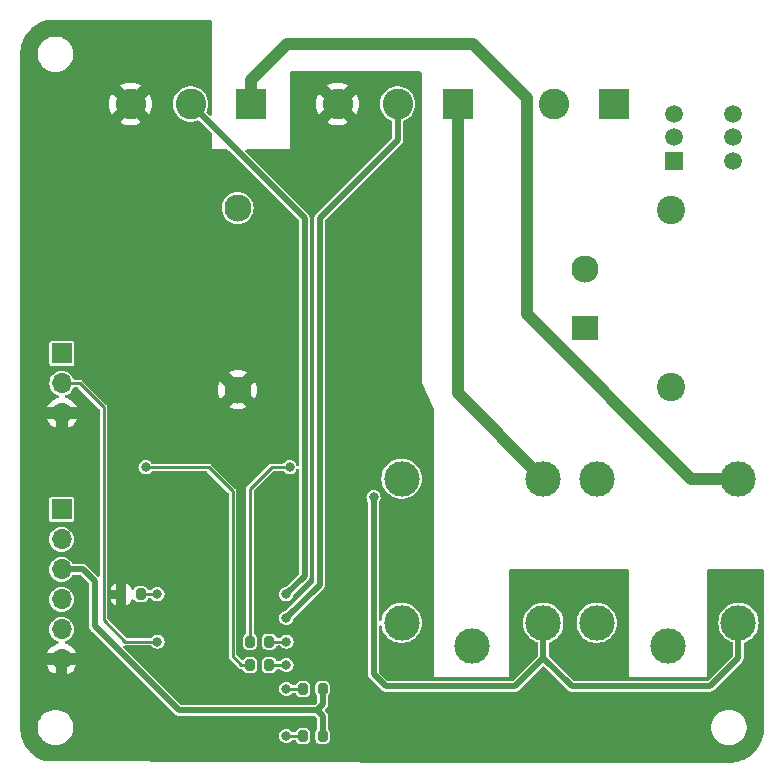
<source format=gbl>
G04 #@! TF.GenerationSoftware,KiCad,Pcbnew,7.0.8*
G04 #@! TF.CreationDate,2024-05-09T20:38:46-03:00*
G04 #@! TF.ProjectId,lamp_module_x2,6c616d70-5f6d-46f6-9475-6c655f78322e,1.1*
G04 #@! TF.SameCoordinates,Original*
G04 #@! TF.FileFunction,Copper,L2,Bot*
G04 #@! TF.FilePolarity,Positive*
%FSLAX46Y46*%
G04 Gerber Fmt 4.6, Leading zero omitted, Abs format (unit mm)*
G04 Created by KiCad (PCBNEW 7.0.8) date 2024-05-09 20:38:46*
%MOMM*%
%LPD*%
G01*
G04 APERTURE LIST*
G04 Aperture macros list*
%AMRoundRect*
0 Rectangle with rounded corners*
0 $1 Rounding radius*
0 $2 $3 $4 $5 $6 $7 $8 $9 X,Y pos of 4 corners*
0 Add a 4 corners polygon primitive as box body*
4,1,4,$2,$3,$4,$5,$6,$7,$8,$9,$2,$3,0*
0 Add four circle primitives for the rounded corners*
1,1,$1+$1,$2,$3*
1,1,$1+$1,$4,$5*
1,1,$1+$1,$6,$7*
1,1,$1+$1,$8,$9*
0 Add four rect primitives between the rounded corners*
20,1,$1+$1,$2,$3,$4,$5,0*
20,1,$1+$1,$4,$5,$6,$7,0*
20,1,$1+$1,$6,$7,$8,$9,0*
20,1,$1+$1,$8,$9,$2,$3,0*%
G04 Aperture macros list end*
G04 #@! TA.AperFunction,SMDPad,CuDef*
%ADD10RoundRect,0.200000X-0.200000X-0.275000X0.200000X-0.275000X0.200000X0.275000X-0.200000X0.275000X0*%
G04 #@! TD*
G04 #@! TA.AperFunction,ComponentPad*
%ADD11C,3.000000*%
G04 #@! TD*
G04 #@! TA.AperFunction,ComponentPad*
%ADD12C,2.600000*%
G04 #@! TD*
G04 #@! TA.AperFunction,ComponentPad*
%ADD13R,2.600000X2.600000*%
G04 #@! TD*
G04 #@! TA.AperFunction,ComponentPad*
%ADD14O,1.700000X1.700000*%
G04 #@! TD*
G04 #@! TA.AperFunction,ComponentPad*
%ADD15R,1.700000X1.700000*%
G04 #@! TD*
G04 #@! TA.AperFunction,ComponentPad*
%ADD16C,2.400000*%
G04 #@! TD*
G04 #@! TA.AperFunction,ComponentPad*
%ADD17R,2.300000X2.000000*%
G04 #@! TD*
G04 #@! TA.AperFunction,ComponentPad*
%ADD18C,2.300000*%
G04 #@! TD*
G04 #@! TA.AperFunction,ComponentPad*
%ADD19R,1.500000X1.500000*%
G04 #@! TD*
G04 #@! TA.AperFunction,ComponentPad*
%ADD20C,1.500000*%
G04 #@! TD*
G04 #@! TA.AperFunction,SMDPad,CuDef*
%ADD21RoundRect,0.200000X0.200000X0.275000X-0.200000X0.275000X-0.200000X-0.275000X0.200000X-0.275000X0*%
G04 #@! TD*
G04 #@! TA.AperFunction,ViaPad*
%ADD22C,0.800000*%
G04 #@! TD*
G04 #@! TA.AperFunction,Conductor*
%ADD23C,0.500000*%
G04 #@! TD*
G04 #@! TA.AperFunction,Conductor*
%ADD24C,0.250000*%
G04 #@! TD*
G04 #@! TA.AperFunction,Conductor*
%ADD25C,1.000000*%
G04 #@! TD*
G04 APERTURE END LIST*
D10*
X133287000Y-105647846D03*
X134937000Y-105647846D03*
D11*
X168656000Y-104062001D03*
X162656000Y-89862001D03*
X174656000Y-89862001D03*
X174656000Y-102062001D03*
X162656000Y-102062001D03*
D12*
X123190000Y-58121300D03*
X128270000Y-58121300D03*
D13*
X133350000Y-58121300D03*
D14*
X117373000Y-84328000D03*
X117373000Y-81788000D03*
D15*
X117373000Y-79248000D03*
D11*
X152139000Y-104062000D03*
X146139000Y-89862000D03*
X158139000Y-89862000D03*
X158139000Y-102062000D03*
X146139000Y-102062000D03*
D12*
X140716000Y-58121300D03*
X145796000Y-58121300D03*
D13*
X150876000Y-58121300D03*
D14*
X117348000Y-105156000D03*
X117348000Y-102616000D03*
X117348000Y-100076000D03*
X117348000Y-97536000D03*
X117348000Y-94996000D03*
D15*
X117348000Y-92456000D03*
D13*
X164084000Y-58121300D03*
D12*
X159004000Y-58121300D03*
D16*
X168934000Y-82131300D03*
X168934000Y-67131300D03*
D17*
X161652500Y-77131300D03*
D18*
X161652500Y-72131300D03*
X132252500Y-82331300D03*
X132252500Y-66931300D03*
D19*
X169204000Y-62960000D03*
D20*
X169204000Y-60960000D03*
X169204000Y-58960000D03*
X174204000Y-62960000D03*
X174204000Y-60960000D03*
X174204000Y-58960000D03*
D10*
X134937000Y-103647848D03*
X133287000Y-103647848D03*
D21*
X139447000Y-111647846D03*
X137797000Y-111647846D03*
X124047000Y-99647852D03*
X122397000Y-99647852D03*
X139447000Y-107647853D03*
X137797000Y-107647853D03*
D22*
X136383000Y-99647846D03*
X143764000Y-91440000D03*
X136652000Y-88900000D03*
X124460000Y-88900000D03*
X124460000Y-91440000D03*
X136652000Y-91440000D03*
X161536000Y-110490000D03*
X145019000Y-110490000D03*
X136383001Y-105647846D03*
X121905999Y-77851000D03*
X118237000Y-59137300D03*
X128098300Y-85424000D03*
X141717001Y-100584000D03*
X118618000Y-67931300D03*
X125460999Y-98185848D03*
X136383000Y-101647848D03*
X136383001Y-103647848D03*
X136383001Y-107647853D03*
X136383000Y-111647846D03*
X125460999Y-99647852D03*
X125460999Y-103647848D03*
D23*
X119126000Y-97536000D02*
X117348000Y-97536000D01*
X120142000Y-98552000D02*
X119126000Y-97536000D01*
X127254000Y-109474000D02*
X120142000Y-102362000D01*
X120142000Y-102362000D02*
X120142000Y-98552000D01*
X138938000Y-109474000D02*
X127254000Y-109474000D01*
X145796000Y-61214000D02*
X145796000Y-58121300D01*
X136383000Y-101647848D02*
X139192000Y-98838848D01*
X139192000Y-98838848D02*
X139192000Y-67818000D01*
X139192000Y-67818000D02*
X145796000Y-61214000D01*
X128270000Y-58166000D02*
X128270000Y-58121300D01*
X137922000Y-67818000D02*
X128270000Y-58166000D01*
X136383000Y-99647846D02*
X137922000Y-98108846D01*
X137922000Y-98108846D02*
X137922000Y-67818000D01*
D24*
X120904000Y-83820000D02*
X118872000Y-81788000D01*
X120904000Y-101854000D02*
X120904000Y-83820000D01*
X122697848Y-103647848D02*
X120904000Y-101854000D01*
X125460999Y-103647848D02*
X122697848Y-103647848D01*
X118872000Y-81788000D02*
X117373000Y-81788000D01*
D23*
X139447000Y-107647853D02*
X139446000Y-107648853D01*
X139446000Y-107648853D02*
X139446000Y-108966000D01*
X139446000Y-108966000D02*
X138938000Y-109474000D01*
D24*
X132571846Y-105647846D02*
X133287000Y-105647846D01*
X131826000Y-90932000D02*
X131826000Y-104902000D01*
X129794000Y-88900000D02*
X131826000Y-90932000D01*
X131826000Y-104902000D02*
X132571846Y-105647846D01*
X124460000Y-88900000D02*
X129794000Y-88900000D01*
X133287000Y-90741000D02*
X133287000Y-103647848D01*
X136652000Y-88900000D02*
X135128000Y-88900000D01*
X135128000Y-88900000D02*
X133287000Y-90741000D01*
X134937000Y-105647846D02*
X136383001Y-105647846D01*
X134937000Y-103647848D02*
X136383001Y-103647848D01*
X137797000Y-111647846D02*
X136383000Y-111647846D01*
D23*
X139447000Y-109983000D02*
X138938000Y-109474000D01*
X139447000Y-111647846D02*
X139447000Y-109983000D01*
D24*
X136383001Y-107647853D02*
X137797000Y-107647853D01*
D25*
X150876000Y-82599000D02*
X158139000Y-89862000D01*
X150876000Y-58121300D02*
X150876000Y-82599000D01*
X152146000Y-53086000D02*
X156718000Y-57658000D01*
X156718000Y-75946000D02*
X170634001Y-89862001D01*
X136398000Y-53086000D02*
X152146000Y-53086000D01*
X133350000Y-56134000D02*
X136398000Y-53086000D01*
X156718000Y-57658000D02*
X156718000Y-75946000D01*
X170634001Y-89862001D02*
X174656000Y-89862001D01*
X133350000Y-58121300D02*
X133350000Y-56134000D01*
D23*
X155750000Y-107442000D02*
X158139000Y-105053000D01*
X143764000Y-106426000D02*
X144780000Y-107442000D01*
X144780000Y-107442000D02*
X155750000Y-107442000D01*
X143764000Y-91440000D02*
X143764000Y-106426000D01*
X160528000Y-107442000D02*
X158139000Y-105053000D01*
X172212000Y-107442000D02*
X160528000Y-107442000D01*
X158139000Y-105053000D02*
X158139000Y-102062000D01*
X174656000Y-104998000D02*
X172212000Y-107442000D01*
X174656000Y-102062001D02*
X174656000Y-104998000D01*
D24*
X136383003Y-103647851D02*
X136383001Y-103647848D01*
X124046999Y-99647852D02*
X125460999Y-99647852D01*
G04 #@! TA.AperFunction,Conductor*
G36*
X129991039Y-51028985D02*
G01*
X130036794Y-51081789D01*
X130048000Y-51133300D01*
X130048000Y-59007535D01*
X130028315Y-59074574D01*
X129975511Y-59120329D01*
X129906353Y-59130273D01*
X129842797Y-59101248D01*
X129836319Y-59095216D01*
X129649456Y-58908353D01*
X129615971Y-58847030D01*
X129620955Y-58777338D01*
X129623567Y-58770895D01*
X129694063Y-58610181D01*
X129755108Y-58369121D01*
X129762108Y-58284643D01*
X129775643Y-58121305D01*
X129775643Y-58121294D01*
X129755109Y-57873487D01*
X129755107Y-57873475D01*
X129694063Y-57632418D01*
X129594173Y-57404693D01*
X129458166Y-57196517D01*
X129413234Y-57147708D01*
X129289744Y-57013562D01*
X129093509Y-56860826D01*
X129093507Y-56860825D01*
X129093506Y-56860824D01*
X128874811Y-56742472D01*
X128874802Y-56742469D01*
X128639616Y-56661729D01*
X128394335Y-56620800D01*
X128145665Y-56620800D01*
X127900383Y-56661729D01*
X127665197Y-56742469D01*
X127665188Y-56742472D01*
X127446493Y-56860824D01*
X127250257Y-57013561D01*
X127081833Y-57196517D01*
X126945826Y-57404693D01*
X126845936Y-57632418D01*
X126784892Y-57873475D01*
X126784890Y-57873487D01*
X126764357Y-58121294D01*
X126764357Y-58121305D01*
X126784890Y-58369112D01*
X126784892Y-58369124D01*
X126845936Y-58610181D01*
X126945826Y-58837906D01*
X127081833Y-59046082D01*
X127081836Y-59046085D01*
X127250256Y-59229038D01*
X127446491Y-59381774D01*
X127665190Y-59500128D01*
X127900386Y-59580871D01*
X128145665Y-59621800D01*
X128394335Y-59621800D01*
X128639614Y-59580871D01*
X128870248Y-59501693D01*
X128940044Y-59498544D01*
X128998190Y-59531294D01*
X130011682Y-60544785D01*
X130045166Y-60606107D01*
X130048000Y-60632465D01*
X130048000Y-61976000D01*
X131391534Y-61976000D01*
X131458573Y-61995685D01*
X131479215Y-62012319D01*
X137435181Y-67968284D01*
X137468666Y-68029607D01*
X137471500Y-68055965D01*
X137471500Y-88685875D01*
X137451815Y-88752914D01*
X137399011Y-88798669D01*
X137329853Y-88808613D01*
X137266297Y-88779588D01*
X137232939Y-88733328D01*
X137220014Y-88702124D01*
X137176536Y-88597159D01*
X137080282Y-88471718D01*
X136954841Y-88375464D01*
X136808762Y-88314956D01*
X136808760Y-88314955D01*
X136652001Y-88294318D01*
X136651999Y-88294318D01*
X136495239Y-88314955D01*
X136495237Y-88314956D01*
X136349160Y-88375463D01*
X136223716Y-88471719D01*
X136182077Y-88525986D01*
X136125649Y-88567189D01*
X136083701Y-88574500D01*
X135144913Y-88574500D01*
X135139511Y-88574264D01*
X135132126Y-88573618D01*
X135099192Y-88570736D01*
X135099191Y-88570736D01*
X135060099Y-88581211D01*
X135054819Y-88582382D01*
X135014954Y-88589412D01*
X135009962Y-88591229D01*
X134993117Y-88598206D01*
X134988313Y-88600446D01*
X134955163Y-88623658D01*
X134950602Y-88626564D01*
X134915548Y-88646804D01*
X134915545Y-88646806D01*
X134915543Y-88646807D01*
X134915542Y-88646809D01*
X134889523Y-88677815D01*
X134885869Y-88681803D01*
X133068803Y-90498870D01*
X133064814Y-90502525D01*
X133033805Y-90528545D01*
X133013562Y-90563606D01*
X133010656Y-90568166D01*
X132987446Y-90601313D01*
X132985206Y-90606117D01*
X132978229Y-90622961D01*
X132976410Y-90627959D01*
X132969383Y-90667811D01*
X132968212Y-90673091D01*
X132957735Y-90712191D01*
X132961264Y-90752513D01*
X132961500Y-90757920D01*
X132961500Y-102911314D01*
X132941815Y-102978353D01*
X132893796Y-103021798D01*
X132848656Y-103044798D01*
X132758954Y-103134500D01*
X132758951Y-103134505D01*
X132701352Y-103247546D01*
X132686500Y-103341323D01*
X132686500Y-103954365D01*
X132693776Y-104000305D01*
X132701354Y-104048152D01*
X132758950Y-104161190D01*
X132758952Y-104161192D01*
X132758954Y-104161195D01*
X132848652Y-104250893D01*
X132848654Y-104250894D01*
X132848658Y-104250898D01*
X132961694Y-104308493D01*
X132961698Y-104308495D01*
X133055475Y-104323347D01*
X133055481Y-104323348D01*
X133518518Y-104323347D01*
X133612304Y-104308494D01*
X133725342Y-104250898D01*
X133815050Y-104161190D01*
X133872646Y-104048152D01*
X133872646Y-104048150D01*
X133872647Y-104048149D01*
X133885668Y-103965934D01*
X133887500Y-103954367D01*
X133887500Y-103954365D01*
X134336500Y-103954365D01*
X134343776Y-104000305D01*
X134351354Y-104048152D01*
X134408950Y-104161190D01*
X134408952Y-104161192D01*
X134408954Y-104161195D01*
X134498652Y-104250893D01*
X134498654Y-104250894D01*
X134498658Y-104250898D01*
X134611694Y-104308493D01*
X134611698Y-104308495D01*
X134705475Y-104323347D01*
X134705481Y-104323348D01*
X135168518Y-104323347D01*
X135262304Y-104308494D01*
X135375342Y-104250898D01*
X135465050Y-104161190D01*
X135522646Y-104048152D01*
X135522646Y-104048151D01*
X135526263Y-104041053D01*
X135574238Y-103990257D01*
X135636748Y-103973348D01*
X135814702Y-103973348D01*
X135881741Y-103993033D01*
X135913078Y-104021862D01*
X135943876Y-104062000D01*
X135954719Y-104076130D01*
X136080160Y-104172384D01*
X136226239Y-104232892D01*
X136304620Y-104243211D01*
X136383000Y-104253530D01*
X136383001Y-104253530D01*
X136383002Y-104253530D01*
X136435255Y-104246650D01*
X136539763Y-104232892D01*
X136685842Y-104172384D01*
X136811283Y-104076130D01*
X136907537Y-103950689D01*
X136968045Y-103804610D01*
X136988480Y-103649388D01*
X136988683Y-103647849D01*
X136988683Y-103647846D01*
X136968045Y-103491087D01*
X136968045Y-103491086D01*
X136907537Y-103345007D01*
X136811283Y-103219566D01*
X136685842Y-103123312D01*
X136632915Y-103101389D01*
X136539763Y-103062804D01*
X136539761Y-103062803D01*
X136383002Y-103042166D01*
X136383000Y-103042166D01*
X136226240Y-103062803D01*
X136226238Y-103062804D01*
X136080161Y-103123311D01*
X135954717Y-103219567D01*
X135913078Y-103273834D01*
X135856650Y-103315037D01*
X135814702Y-103322348D01*
X135636747Y-103322348D01*
X135569708Y-103302663D01*
X135526262Y-103254643D01*
X135522646Y-103247546D01*
X135522646Y-103247544D01*
X135465050Y-103134506D01*
X135465048Y-103134504D01*
X135465045Y-103134500D01*
X135375347Y-103044802D01*
X135375344Y-103044800D01*
X135375342Y-103044798D01*
X135298517Y-103005653D01*
X135262301Y-102987200D01*
X135168524Y-102972348D01*
X134705482Y-102972348D01*
X134624519Y-102985171D01*
X134611696Y-102987202D01*
X134498658Y-103044798D01*
X134498657Y-103044799D01*
X134498652Y-103044802D01*
X134408954Y-103134500D01*
X134408951Y-103134505D01*
X134351352Y-103247546D01*
X134336500Y-103341323D01*
X134336500Y-103954365D01*
X133887500Y-103954365D01*
X133887499Y-103341330D01*
X133872646Y-103247544D01*
X133815050Y-103134506D01*
X133815046Y-103134502D01*
X133815045Y-103134500D01*
X133725343Y-103044798D01*
X133680204Y-103021798D01*
X133629409Y-102973823D01*
X133612500Y-102911314D01*
X133612500Y-101647849D01*
X135777318Y-101647849D01*
X135797955Y-101804608D01*
X135797956Y-101804610D01*
X135858464Y-101950689D01*
X135954718Y-102076130D01*
X136080159Y-102172384D01*
X136226238Y-102232892D01*
X136304619Y-102243211D01*
X136382999Y-102253530D01*
X136383000Y-102253530D01*
X136383001Y-102253530D01*
X136435254Y-102246650D01*
X136539762Y-102232892D01*
X136685841Y-102172384D01*
X136811282Y-102076130D01*
X136907536Y-101950689D01*
X136968044Y-101804610D01*
X136978424Y-101725763D01*
X137006688Y-101661869D01*
X137013669Y-101654281D01*
X139490205Y-99177744D01*
X139495373Y-99173125D01*
X139525970Y-99148727D01*
X139559480Y-99099576D01*
X139594793Y-99051730D01*
X139594794Y-99051727D01*
X139598787Y-99044172D01*
X139602470Y-99036524D01*
X139602470Y-99036523D01*
X139602472Y-99036521D01*
X139620007Y-98979670D01*
X139639646Y-98923547D01*
X139641232Y-98915159D01*
X139642500Y-98906752D01*
X139642500Y-98847274D01*
X139644724Y-98787840D01*
X139643684Y-98778609D01*
X139644513Y-98778515D01*
X139642500Y-98763214D01*
X139642500Y-91440001D01*
X143158318Y-91440001D01*
X143178955Y-91596760D01*
X143178957Y-91596765D01*
X143239461Y-91742836D01*
X143239464Y-91742841D01*
X143287876Y-91805933D01*
X143313070Y-91871102D01*
X143313500Y-91881419D01*
X143313500Y-106397217D01*
X143313110Y-106404155D01*
X143312181Y-106412405D01*
X143308729Y-106443034D01*
X143319788Y-106501479D01*
X143328652Y-106560290D01*
X143331162Y-106568427D01*
X143333978Y-106576475D01*
X143361777Y-106629072D01*
X143387576Y-106682644D01*
X143392362Y-106689665D01*
X143397431Y-106696532D01*
X143397434Y-106696538D01*
X143397438Y-106696542D01*
X143439495Y-106738599D01*
X143479947Y-106782196D01*
X143487210Y-106787988D01*
X143486689Y-106788641D01*
X143498930Y-106798034D01*
X144441090Y-107740193D01*
X144445726Y-107745380D01*
X144470121Y-107775970D01*
X144470121Y-107775971D01*
X144519271Y-107809480D01*
X144567118Y-107844793D01*
X144574654Y-107848776D01*
X144582319Y-107852467D01*
X144582327Y-107852472D01*
X144639174Y-107870006D01*
X144639177Y-107870007D01*
X144695297Y-107889645D01*
X144695299Y-107889645D01*
X144695301Y-107889646D01*
X144695302Y-107889646D01*
X144703679Y-107891230D01*
X144712096Y-107892499D01*
X144712098Y-107892500D01*
X144771574Y-107892500D01*
X144831009Y-107894724D01*
X144831009Y-107894723D01*
X144831010Y-107894724D01*
X144831010Y-107894723D01*
X144840244Y-107893684D01*
X144840337Y-107894513D01*
X144855636Y-107892500D01*
X155721217Y-107892500D01*
X155728155Y-107892889D01*
X155760050Y-107896483D01*
X155767034Y-107897270D01*
X155767034Y-107897269D01*
X155767035Y-107897270D01*
X155825479Y-107886211D01*
X155884287Y-107877348D01*
X155884290Y-107877346D01*
X155892447Y-107874830D01*
X155900469Y-107872023D01*
X155900472Y-107872023D01*
X155953072Y-107844222D01*
X156006642Y-107818425D01*
X156006642Y-107818424D01*
X156006644Y-107818424D01*
X156013695Y-107813616D01*
X156020538Y-107808566D01*
X156062599Y-107766504D01*
X156106194Y-107726055D01*
X156106196Y-107726050D01*
X156111987Y-107718790D01*
X156112643Y-107719313D01*
X156122032Y-107707070D01*
X158051318Y-105777783D01*
X158112641Y-105744299D01*
X158182333Y-105749283D01*
X158226680Y-105777784D01*
X160189090Y-107740193D01*
X160193726Y-107745380D01*
X160218121Y-107775970D01*
X160218121Y-107775971D01*
X160267271Y-107809480D01*
X160315118Y-107844793D01*
X160322665Y-107848781D01*
X160330322Y-107852468D01*
X160330327Y-107852472D01*
X160387172Y-107870006D01*
X160443300Y-107889646D01*
X160443305Y-107889646D01*
X160451698Y-107891234D01*
X160460095Y-107892500D01*
X160460098Y-107892500D01*
X160519573Y-107892500D01*
X160579009Y-107894724D01*
X160579009Y-107894723D01*
X160579010Y-107894724D01*
X160579010Y-107894723D01*
X160588243Y-107893684D01*
X160588336Y-107894513D01*
X160603636Y-107892500D01*
X172183217Y-107892500D01*
X172190155Y-107892889D01*
X172222050Y-107896483D01*
X172229034Y-107897270D01*
X172229034Y-107897269D01*
X172229035Y-107897270D01*
X172287479Y-107886211D01*
X172346287Y-107877348D01*
X172346290Y-107877346D01*
X172354447Y-107874830D01*
X172362469Y-107872023D01*
X172362472Y-107872023D01*
X172415072Y-107844222D01*
X172468642Y-107818425D01*
X172468642Y-107818424D01*
X172468644Y-107818424D01*
X172475695Y-107813616D01*
X172482538Y-107808566D01*
X172524599Y-107766504D01*
X172568194Y-107726055D01*
X172568196Y-107726050D01*
X172573987Y-107718790D01*
X172574643Y-107719313D01*
X172584032Y-107707070D01*
X174954205Y-105336896D01*
X174959373Y-105332277D01*
X174989970Y-105307879D01*
X175023480Y-105258728D01*
X175058793Y-105210882D01*
X175058794Y-105210879D01*
X175062787Y-105203324D01*
X175066470Y-105195676D01*
X175066470Y-105195675D01*
X175066472Y-105195673D01*
X175084007Y-105138822D01*
X175103646Y-105082699D01*
X175105232Y-105074311D01*
X175106500Y-105065904D01*
X175106500Y-105006426D01*
X175108724Y-104946992D01*
X175107684Y-104937761D01*
X175108513Y-104937667D01*
X175106500Y-104922366D01*
X175106500Y-103794116D01*
X175126185Y-103727077D01*
X175178989Y-103681322D01*
X175193952Y-103675625D01*
X175278987Y-103649396D01*
X175278994Y-103649392D01*
X175279004Y-103649390D01*
X175508634Y-103538806D01*
X175719217Y-103395233D01*
X175906050Y-103221878D01*
X176064959Y-103022613D01*
X176192393Y-102801889D01*
X176285508Y-102564638D01*
X176342222Y-102316158D01*
X176360209Y-102076130D01*
X176361268Y-102062005D01*
X176361268Y-102061996D01*
X176342222Y-101807846D01*
X176342221Y-101807843D01*
X176285508Y-101559364D01*
X176192393Y-101322113D01*
X176064959Y-101101389D01*
X175906050Y-100902124D01*
X175719217Y-100728769D01*
X175508634Y-100585196D01*
X175508630Y-100585194D01*
X175508627Y-100585192D01*
X175508626Y-100585191D01*
X175279006Y-100474613D01*
X175279008Y-100474613D01*
X175035466Y-100399490D01*
X175035462Y-100399489D01*
X175035458Y-100399488D01*
X174914231Y-100381215D01*
X174783440Y-100361501D01*
X174783435Y-100361501D01*
X174528565Y-100361501D01*
X174528559Y-100361501D01*
X174371609Y-100385158D01*
X174276542Y-100399488D01*
X174276539Y-100399489D01*
X174276533Y-100399490D01*
X174032992Y-100474613D01*
X173803373Y-100585191D01*
X173803372Y-100585192D01*
X173592782Y-100728769D01*
X173405952Y-100902122D01*
X173405950Y-100902124D01*
X173247041Y-101101389D01*
X173119608Y-101322110D01*
X173026492Y-101559363D01*
X173026490Y-101559370D01*
X172969777Y-101807846D01*
X172950732Y-102061996D01*
X172950732Y-102062005D01*
X172969777Y-102316155D01*
X173012657Y-102504026D01*
X173026492Y-102564638D01*
X173119607Y-102801889D01*
X173247041Y-103022613D01*
X173405950Y-103221878D01*
X173592783Y-103395233D01*
X173803366Y-103538806D01*
X173803371Y-103538808D01*
X173803372Y-103538809D01*
X173803373Y-103538810D01*
X173954119Y-103611405D01*
X174032996Y-103649390D01*
X174033001Y-103649391D01*
X174033012Y-103649396D01*
X174118048Y-103675625D01*
X174176308Y-103714194D01*
X174204466Y-103778138D01*
X174205500Y-103794116D01*
X174205500Y-104760034D01*
X174185815Y-104827073D01*
X174169181Y-104847715D01*
X172061716Y-106955181D01*
X172000393Y-106988666D01*
X171974035Y-106991500D01*
X160765965Y-106991500D01*
X160698926Y-106971815D01*
X160678284Y-106955181D01*
X158625819Y-104902716D01*
X158592334Y-104841393D01*
X158589500Y-104815035D01*
X158589500Y-103794115D01*
X158609185Y-103727076D01*
X158661989Y-103681321D01*
X158676952Y-103675624D01*
X158761987Y-103649395D01*
X158761994Y-103649391D01*
X158762004Y-103649389D01*
X158991634Y-103538805D01*
X159202217Y-103395232D01*
X159389050Y-103221877D01*
X159547959Y-103022612D01*
X159675393Y-102801888D01*
X159768508Y-102564637D01*
X159825222Y-102316157D01*
X159844268Y-102062005D01*
X160950732Y-102062005D01*
X160969777Y-102316155D01*
X161012657Y-102504026D01*
X161026492Y-102564638D01*
X161119607Y-102801889D01*
X161247041Y-103022613D01*
X161405950Y-103221878D01*
X161592783Y-103395233D01*
X161803366Y-103538806D01*
X161803371Y-103538808D01*
X161803372Y-103538809D01*
X161803373Y-103538810D01*
X161912230Y-103591232D01*
X162032992Y-103649388D01*
X162032993Y-103649388D01*
X162032996Y-103649390D01*
X162276542Y-103724514D01*
X162528565Y-103762501D01*
X162783435Y-103762501D01*
X163035458Y-103724514D01*
X163279004Y-103649390D01*
X163508634Y-103538806D01*
X163719217Y-103395233D01*
X163906050Y-103221878D01*
X164064959Y-103022613D01*
X164192393Y-102801889D01*
X164285508Y-102564638D01*
X164342222Y-102316158D01*
X164360209Y-102076130D01*
X164361268Y-102062005D01*
X164361268Y-102061996D01*
X164342222Y-101807846D01*
X164342221Y-101807843D01*
X164285508Y-101559364D01*
X164192393Y-101322113D01*
X164064959Y-101101389D01*
X163906050Y-100902124D01*
X163719217Y-100728769D01*
X163508634Y-100585196D01*
X163508630Y-100585194D01*
X163508627Y-100585192D01*
X163508626Y-100585191D01*
X163279006Y-100474613D01*
X163279008Y-100474613D01*
X163035466Y-100399490D01*
X163035462Y-100399489D01*
X163035458Y-100399488D01*
X162914231Y-100381215D01*
X162783440Y-100361501D01*
X162783435Y-100361501D01*
X162528565Y-100361501D01*
X162528559Y-100361501D01*
X162371609Y-100385158D01*
X162276542Y-100399488D01*
X162276539Y-100399489D01*
X162276533Y-100399490D01*
X162032992Y-100474613D01*
X161803373Y-100585191D01*
X161803372Y-100585192D01*
X161592782Y-100728769D01*
X161405952Y-100902122D01*
X161405950Y-100902124D01*
X161247041Y-101101389D01*
X161119608Y-101322110D01*
X161026492Y-101559363D01*
X161026490Y-101559370D01*
X160969777Y-101807846D01*
X160950732Y-102061996D01*
X160950732Y-102062005D01*
X159844268Y-102062005D01*
X159844268Y-102062000D01*
X159841836Y-102029550D01*
X159825222Y-101807845D01*
X159824483Y-101804608D01*
X159768508Y-101559363D01*
X159675393Y-101322112D01*
X159547959Y-101101388D01*
X159389050Y-100902123D01*
X159202217Y-100728768D01*
X158991634Y-100585195D01*
X158991628Y-100585192D01*
X158991627Y-100585191D01*
X158991626Y-100585190D01*
X158762006Y-100474612D01*
X158762008Y-100474612D01*
X158518466Y-100399489D01*
X158518462Y-100399488D01*
X158518458Y-100399487D01*
X158397231Y-100381214D01*
X158266440Y-100361500D01*
X158266435Y-100361500D01*
X158011565Y-100361500D01*
X158011559Y-100361500D01*
X157854609Y-100385157D01*
X157759542Y-100399487D01*
X157759539Y-100399488D01*
X157759533Y-100399489D01*
X157515992Y-100474612D01*
X157286373Y-100585190D01*
X157286372Y-100585191D01*
X157075782Y-100728768D01*
X156888952Y-100902121D01*
X156888950Y-100902123D01*
X156730041Y-101101388D01*
X156602608Y-101322109D01*
X156509492Y-101559362D01*
X156509490Y-101559369D01*
X156452777Y-101807845D01*
X156433732Y-102061995D01*
X156433732Y-102062004D01*
X156452777Y-102316154D01*
X156509490Y-102564630D01*
X156509492Y-102564637D01*
X156602607Y-102801888D01*
X156730041Y-103022612D01*
X156888950Y-103221877D01*
X157075783Y-103395232D01*
X157286366Y-103538805D01*
X157286371Y-103538807D01*
X157286372Y-103538808D01*
X157286373Y-103538809D01*
X157437121Y-103611405D01*
X157515996Y-103649389D01*
X157516001Y-103649390D01*
X157516012Y-103649395D01*
X157601048Y-103675624D01*
X157659308Y-103714193D01*
X157687466Y-103778137D01*
X157688500Y-103794115D01*
X157688500Y-104815035D01*
X157668815Y-104882074D01*
X157652181Y-104902716D01*
X155599716Y-106955181D01*
X155538393Y-106988666D01*
X155512035Y-106991500D01*
X145017966Y-106991500D01*
X144950927Y-106971815D01*
X144930285Y-106955181D01*
X144250819Y-106275715D01*
X144217334Y-106214392D01*
X144214500Y-106188034D01*
X144214500Y-102372725D01*
X144234185Y-102305686D01*
X144286989Y-102259931D01*
X144356147Y-102249987D01*
X144419703Y-102279012D01*
X144457477Y-102337790D01*
X144459391Y-102345132D01*
X144509490Y-102564630D01*
X144509492Y-102564637D01*
X144602607Y-102801888D01*
X144730041Y-103022612D01*
X144888950Y-103221877D01*
X145075783Y-103395232D01*
X145286366Y-103538805D01*
X145286371Y-103538807D01*
X145286372Y-103538808D01*
X145286373Y-103538809D01*
X145395230Y-103591231D01*
X145515992Y-103649387D01*
X145515993Y-103649387D01*
X145515996Y-103649389D01*
X145759542Y-103724513D01*
X146011565Y-103762500D01*
X146266435Y-103762500D01*
X146518458Y-103724513D01*
X146762004Y-103649389D01*
X146991634Y-103538805D01*
X147202217Y-103395232D01*
X147389050Y-103221877D01*
X147547959Y-103022612D01*
X147675393Y-102801888D01*
X147768508Y-102564637D01*
X147825222Y-102316157D01*
X147844268Y-102062000D01*
X147841836Y-102029550D01*
X147825222Y-101807845D01*
X147824483Y-101804608D01*
X147768508Y-101559363D01*
X147675393Y-101322112D01*
X147547959Y-101101388D01*
X147389050Y-100902123D01*
X147202217Y-100728768D01*
X146991634Y-100585195D01*
X146991628Y-100585192D01*
X146991627Y-100585191D01*
X146991626Y-100585190D01*
X146762006Y-100474612D01*
X146762008Y-100474612D01*
X146518466Y-100399489D01*
X146518462Y-100399488D01*
X146518458Y-100399487D01*
X146397231Y-100381214D01*
X146266440Y-100361500D01*
X146266435Y-100361500D01*
X146011565Y-100361500D01*
X146011559Y-100361500D01*
X145854609Y-100385157D01*
X145759542Y-100399487D01*
X145759539Y-100399488D01*
X145759533Y-100399489D01*
X145515992Y-100474612D01*
X145286373Y-100585190D01*
X145286372Y-100585191D01*
X145075782Y-100728768D01*
X144888952Y-100902121D01*
X144888950Y-100902123D01*
X144730041Y-101101388D01*
X144602608Y-101322109D01*
X144509492Y-101559362D01*
X144509490Y-101559369D01*
X144459391Y-101778867D01*
X144425282Y-101839845D01*
X144363621Y-101872703D01*
X144293984Y-101867008D01*
X144238480Y-101824568D01*
X144214732Y-101758858D01*
X144214500Y-101751274D01*
X144214500Y-91881419D01*
X144234185Y-91814380D01*
X144240124Y-91805933D01*
X144256092Y-91785121D01*
X144288536Y-91742841D01*
X144349044Y-91596762D01*
X144366858Y-91461448D01*
X144369682Y-91440001D01*
X144369682Y-91439998D01*
X144349044Y-91283239D01*
X144349044Y-91283238D01*
X144288536Y-91137159D01*
X144192282Y-91011718D01*
X144066841Y-90915464D01*
X144037216Y-90903193D01*
X143920762Y-90854956D01*
X143920760Y-90854955D01*
X143764001Y-90834318D01*
X143763999Y-90834318D01*
X143607239Y-90854955D01*
X143607237Y-90854956D01*
X143461160Y-90915463D01*
X143335718Y-91011718D01*
X143239463Y-91137160D01*
X143178956Y-91283237D01*
X143178955Y-91283239D01*
X143158318Y-91439998D01*
X143158318Y-91440001D01*
X139642500Y-91440001D01*
X139642500Y-89862004D01*
X144433732Y-89862004D01*
X144452777Y-90116154D01*
X144504408Y-90342366D01*
X144509492Y-90364637D01*
X144602381Y-90601313D01*
X144602608Y-90601890D01*
X144610386Y-90615362D01*
X144730041Y-90822612D01*
X144888950Y-91021877D01*
X145075783Y-91195232D01*
X145286366Y-91338805D01*
X145286371Y-91338807D01*
X145286372Y-91338808D01*
X145286373Y-91338809D01*
X145408328Y-91397538D01*
X145515992Y-91449387D01*
X145515993Y-91449387D01*
X145515996Y-91449389D01*
X145759542Y-91524513D01*
X146011565Y-91562500D01*
X146266435Y-91562500D01*
X146518458Y-91524513D01*
X146762004Y-91449389D01*
X146991634Y-91338805D01*
X147202217Y-91195232D01*
X147389050Y-91021877D01*
X147547959Y-90822612D01*
X147675393Y-90601888D01*
X147768508Y-90364637D01*
X147825222Y-90116157D01*
X147844268Y-89862000D01*
X147825222Y-89607843D01*
X147768508Y-89359363D01*
X147675393Y-89122112D01*
X147547959Y-88901388D01*
X147389050Y-88702123D01*
X147202217Y-88528768D01*
X146991634Y-88385195D01*
X146991630Y-88385193D01*
X146991627Y-88385191D01*
X146991626Y-88385190D01*
X146762006Y-88274612D01*
X146762008Y-88274612D01*
X146518466Y-88199489D01*
X146518462Y-88199488D01*
X146518458Y-88199487D01*
X146397231Y-88181214D01*
X146266440Y-88161500D01*
X146266435Y-88161500D01*
X146011565Y-88161500D01*
X146011559Y-88161500D01*
X145854609Y-88185157D01*
X145759542Y-88199487D01*
X145759539Y-88199488D01*
X145759533Y-88199489D01*
X145515992Y-88274612D01*
X145286373Y-88385190D01*
X145286372Y-88385191D01*
X145075782Y-88528768D01*
X144888952Y-88702121D01*
X144888950Y-88702123D01*
X144730041Y-88901388D01*
X144602608Y-89122109D01*
X144509492Y-89359362D01*
X144509490Y-89359369D01*
X144452777Y-89607845D01*
X144433732Y-89861995D01*
X144433732Y-89862004D01*
X139642500Y-89862004D01*
X139642500Y-68055965D01*
X139662185Y-67988926D01*
X139678814Y-67968289D01*
X146094210Y-61552892D01*
X146099378Y-61548273D01*
X146129970Y-61523879D01*
X146163471Y-61474741D01*
X146198793Y-61426883D01*
X146198796Y-61426872D01*
X146202786Y-61419324D01*
X146206466Y-61411680D01*
X146206472Y-61411673D01*
X146218916Y-61371325D01*
X146224005Y-61354830D01*
X146243646Y-61298700D01*
X146245227Y-61290341D01*
X146246500Y-61281899D01*
X146246500Y-61222426D01*
X146248724Y-61162992D01*
X146247684Y-61153761D01*
X146248513Y-61153667D01*
X146246500Y-61138366D01*
X146246500Y-59641636D01*
X146266185Y-59574597D01*
X146318989Y-59528842D01*
X146330218Y-59524361D01*
X146400810Y-59500128D01*
X146619509Y-59381774D01*
X146815744Y-59229038D01*
X146984164Y-59046085D01*
X147120173Y-58837907D01*
X147220063Y-58610181D01*
X147281108Y-58369121D01*
X147288108Y-58284643D01*
X147301643Y-58121305D01*
X147301643Y-58121294D01*
X147281109Y-57873487D01*
X147281107Y-57873475D01*
X147220063Y-57632418D01*
X147120173Y-57404693D01*
X146984166Y-57196517D01*
X146939234Y-57147708D01*
X146815744Y-57013562D01*
X146619509Y-56860826D01*
X146619507Y-56860825D01*
X146619506Y-56860824D01*
X146400811Y-56742472D01*
X146400802Y-56742469D01*
X146165616Y-56661729D01*
X145920335Y-56620800D01*
X145671665Y-56620800D01*
X145426383Y-56661729D01*
X145191197Y-56742469D01*
X145191188Y-56742472D01*
X144972493Y-56860824D01*
X144776257Y-57013561D01*
X144607833Y-57196517D01*
X144471826Y-57404693D01*
X144371936Y-57632418D01*
X144310892Y-57873475D01*
X144310890Y-57873487D01*
X144290357Y-58121294D01*
X144290357Y-58121305D01*
X144310890Y-58369112D01*
X144310892Y-58369124D01*
X144371936Y-58610181D01*
X144471826Y-58837906D01*
X144607833Y-59046082D01*
X144607836Y-59046085D01*
X144776256Y-59229038D01*
X144972491Y-59381774D01*
X145191190Y-59500128D01*
X145261764Y-59524356D01*
X145318778Y-59564739D01*
X145344908Y-59629539D01*
X145345500Y-59641636D01*
X145345500Y-60976034D01*
X145325815Y-61043073D01*
X145309181Y-61063715D01*
X138893804Y-67479092D01*
X138888617Y-67483727D01*
X138858033Y-67508117D01*
X138858029Y-67508121D01*
X138824519Y-67557271D01*
X138789206Y-67605118D01*
X138785216Y-67612667D01*
X138781528Y-67620326D01*
X138763992Y-67677177D01*
X138744353Y-67733301D01*
X138742771Y-67741659D01*
X138741500Y-67750100D01*
X138741500Y-67809573D01*
X138739275Y-67869009D01*
X138740316Y-67878243D01*
X138739485Y-67878336D01*
X138741500Y-67893635D01*
X138741500Y-98600882D01*
X138721815Y-98667921D01*
X138705181Y-98688563D01*
X136376578Y-101017165D01*
X136315255Y-101050650D01*
X136305084Y-101052423D01*
X136226238Y-101062804D01*
X136080160Y-101123311D01*
X135954718Y-101219566D01*
X135858463Y-101345008D01*
X135797956Y-101491085D01*
X135797955Y-101491087D01*
X135777318Y-101647846D01*
X135777318Y-101647849D01*
X133612500Y-101647849D01*
X133612500Y-90927188D01*
X133632185Y-90860149D01*
X133648819Y-90839507D01*
X135226508Y-89261819D01*
X135287831Y-89228334D01*
X135314189Y-89225500D01*
X136083701Y-89225500D01*
X136150740Y-89245185D01*
X136182076Y-89274013D01*
X136223718Y-89328282D01*
X136349159Y-89424536D01*
X136495238Y-89485044D01*
X136573619Y-89495363D01*
X136651999Y-89505682D01*
X136652000Y-89505682D01*
X136652001Y-89505682D01*
X136704254Y-89498802D01*
X136808762Y-89485044D01*
X136954841Y-89424536D01*
X137080282Y-89328282D01*
X137176536Y-89202841D01*
X137232939Y-89066671D01*
X137276780Y-89012268D01*
X137343074Y-88990203D01*
X137410773Y-89007482D01*
X137458384Y-89058619D01*
X137471500Y-89114124D01*
X137471500Y-97870880D01*
X137451815Y-97937919D01*
X137435181Y-97958561D01*
X136376578Y-99017163D01*
X136315255Y-99050648D01*
X136305084Y-99052421D01*
X136226238Y-99062802D01*
X136080160Y-99123309D01*
X135954718Y-99219564D01*
X135858463Y-99345006D01*
X135797956Y-99491083D01*
X135797955Y-99491085D01*
X135777318Y-99647844D01*
X135777318Y-99647847D01*
X135797955Y-99804606D01*
X135797956Y-99804608D01*
X135858464Y-99950687D01*
X135954718Y-100076128D01*
X136080159Y-100172382D01*
X136226238Y-100232890D01*
X136304619Y-100243209D01*
X136382999Y-100253528D01*
X136383000Y-100253528D01*
X136383001Y-100253528D01*
X136435254Y-100246648D01*
X136539762Y-100232890D01*
X136685841Y-100172382D01*
X136811282Y-100076128D01*
X136907536Y-99950687D01*
X136968044Y-99804608D01*
X136978424Y-99725761D01*
X137006688Y-99661867D01*
X137013669Y-99654279D01*
X138220205Y-98447742D01*
X138225373Y-98443123D01*
X138255970Y-98418725D01*
X138289480Y-98369574D01*
X138324793Y-98321728D01*
X138324794Y-98321725D01*
X138328787Y-98314170D01*
X138332470Y-98306522D01*
X138332470Y-98306521D01*
X138332472Y-98306519D01*
X138350007Y-98249668D01*
X138369646Y-98193545D01*
X138371228Y-98185182D01*
X138372500Y-98176745D01*
X138372500Y-98117287D01*
X138374725Y-98057836D01*
X138373685Y-98048604D01*
X138374513Y-98048510D01*
X138372500Y-98033207D01*
X138372500Y-67846782D01*
X138372889Y-67839843D01*
X138377270Y-67800965D01*
X138366211Y-67742520D01*
X138357348Y-67683713D01*
X138357347Y-67683711D01*
X138354836Y-67675571D01*
X138352024Y-67667533D01*
X138352023Y-67667528D01*
X138324226Y-67614936D01*
X138298425Y-67561358D01*
X138298422Y-67561355D01*
X138298421Y-67561352D01*
X138293642Y-67554342D01*
X138288568Y-67547469D01*
X138288565Y-67547462D01*
X138246516Y-67505413D01*
X138206055Y-67461806D01*
X138198792Y-67456014D01*
X138199312Y-67455361D01*
X138187067Y-67445964D01*
X132928784Y-62187681D01*
X132895299Y-62126358D01*
X132900283Y-62056666D01*
X132942155Y-62000733D01*
X133007619Y-61976316D01*
X133016465Y-61976000D01*
X136652000Y-61976000D01*
X136652000Y-59699603D01*
X139844802Y-59699603D01*
X140056539Y-59801569D01*
X140056537Y-59801569D01*
X140314337Y-59881090D01*
X140314343Y-59881092D01*
X140581101Y-59921299D01*
X140581110Y-59921300D01*
X140850890Y-59921300D01*
X140850898Y-59921299D01*
X141117656Y-59881092D01*
X141117662Y-59881090D01*
X141375458Y-59801570D01*
X141587195Y-59699602D01*
X140716000Y-58828407D01*
X139844802Y-59699603D01*
X136652000Y-59699603D01*
X136652000Y-58121304D01*
X138910953Y-58121304D01*
X138931113Y-58390326D01*
X138931113Y-58390328D01*
X138991142Y-58653333D01*
X138991148Y-58653352D01*
X139089709Y-58904481D01*
X139139489Y-58990702D01*
X139139490Y-58990703D01*
X140008893Y-58121300D01*
X139967755Y-58080162D01*
X140062127Y-58080162D01*
X140072439Y-58244066D01*
X140123188Y-58400256D01*
X140211186Y-58538919D01*
X140330903Y-58651340D01*
X140474817Y-58730458D01*
X140633886Y-58771300D01*
X140756894Y-58771300D01*
X140878933Y-58755883D01*
X141031629Y-58695426D01*
X141164492Y-58598895D01*
X141269175Y-58472355D01*
X141339100Y-58323757D01*
X141369873Y-58162438D01*
X141367285Y-58121301D01*
X141423107Y-58121301D01*
X142292509Y-58990703D01*
X142292510Y-58990703D01*
X142342290Y-58904482D01*
X142342293Y-58904475D01*
X142440851Y-58653352D01*
X142440857Y-58653333D01*
X142500886Y-58390328D01*
X142500886Y-58390326D01*
X142521047Y-58121304D01*
X142521047Y-58121295D01*
X142500886Y-57852273D01*
X142500886Y-57852271D01*
X142440857Y-57589266D01*
X142440851Y-57589247D01*
X142342290Y-57338118D01*
X142292509Y-57251895D01*
X141423107Y-58121299D01*
X141423107Y-58121301D01*
X141367285Y-58121301D01*
X141359561Y-57998534D01*
X141308812Y-57842344D01*
X141220814Y-57703681D01*
X141101097Y-57591260D01*
X140957183Y-57512142D01*
X140798114Y-57471300D01*
X140675106Y-57471300D01*
X140553067Y-57486717D01*
X140400371Y-57547174D01*
X140267508Y-57643705D01*
X140162825Y-57770245D01*
X140092900Y-57918843D01*
X140062127Y-58080162D01*
X139967755Y-58080162D01*
X139139489Y-57251896D01*
X139089708Y-57338121D01*
X139089706Y-57338125D01*
X138991148Y-57589247D01*
X138991142Y-57589266D01*
X138931113Y-57852271D01*
X138931113Y-57852273D01*
X138910953Y-58121295D01*
X138910953Y-58121304D01*
X136652000Y-58121304D01*
X136652000Y-56542996D01*
X139844803Y-56542996D01*
X140716000Y-57414193D01*
X140716001Y-57414193D01*
X141587196Y-56542997D01*
X141587195Y-56542995D01*
X141375460Y-56441030D01*
X141375462Y-56441030D01*
X141117662Y-56361509D01*
X141117656Y-56361507D01*
X140850898Y-56321300D01*
X140581101Y-56321300D01*
X140314343Y-56361507D01*
X140314337Y-56361509D01*
X140056538Y-56441030D01*
X139844803Y-56542995D01*
X139844803Y-56542996D01*
X136652000Y-56542996D01*
X136652000Y-55496000D01*
X136671685Y-55428961D01*
X136724489Y-55383206D01*
X136776000Y-55372000D01*
X147704000Y-55372000D01*
X147771039Y-55391685D01*
X147816794Y-55444489D01*
X147828000Y-55496000D01*
X147828000Y-81788000D01*
X148830909Y-83793818D01*
X148844000Y-83849272D01*
X148844000Y-106680000D01*
X155194000Y-106680000D01*
X155194000Y-97659457D01*
X155213685Y-97592418D01*
X155266489Y-97546663D01*
X155317455Y-97535458D01*
X165253458Y-97491846D01*
X165320581Y-97511236D01*
X165366567Y-97563839D01*
X165378000Y-97615845D01*
X165378000Y-106635300D01*
X171982000Y-106635300D01*
X171982000Y-97615300D01*
X172001685Y-97548261D01*
X172054489Y-97502506D01*
X172106000Y-97491300D01*
X176660000Y-97491300D01*
X176727039Y-97510985D01*
X176772794Y-97563789D01*
X176784000Y-97615300D01*
X176784000Y-111461935D01*
X176782248Y-111482705D01*
X176769664Y-111556775D01*
X176768426Y-111562439D01*
X176728174Y-111712669D01*
X176682759Y-111870315D01*
X176681063Y-111875372D01*
X176624412Y-112022955D01*
X176562438Y-112172579D01*
X176560398Y-112177003D01*
X176487973Y-112319146D01*
X176410118Y-112460017D01*
X176407850Y-112463796D01*
X176320426Y-112598418D01*
X176227602Y-112729243D01*
X176225219Y-112732385D01*
X176124680Y-112856539D01*
X176122727Y-112858834D01*
X176017040Y-112977099D01*
X176014650Y-112979627D01*
X175901429Y-113092846D01*
X175898902Y-113095235D01*
X175780847Y-113200738D01*
X175778550Y-113202693D01*
X175653993Y-113303552D01*
X175650854Y-113305933D01*
X175520806Y-113398210D01*
X175385225Y-113486253D01*
X175381448Y-113488519D01*
X175242079Y-113565548D01*
X175098291Y-113638806D01*
X175093871Y-113640844D01*
X174946735Y-113701792D01*
X174796549Y-113759438D01*
X174791493Y-113761133D01*
X174638022Y-113805349D01*
X174483501Y-113846748D01*
X174477838Y-113847984D01*
X174318866Y-113874996D01*
X174162814Y-113899707D01*
X174156589Y-113900373D01*
X173986419Y-113909930D01*
X173855080Y-113916810D01*
X173840608Y-113917568D01*
X173837369Y-113917653D01*
X173788146Y-113917653D01*
X173788137Y-113917654D01*
X151609472Y-113917654D01*
X116038572Y-113799464D01*
X116004658Y-113794619D01*
X115888159Y-113761058D01*
X115883103Y-113759363D01*
X115734201Y-113702209D01*
X115585826Y-113640752D01*
X115581404Y-113638713D01*
X115438443Y-113565875D01*
X115298311Y-113488429D01*
X115294533Y-113486162D01*
X115159468Y-113398453D01*
X115159126Y-113398210D01*
X115028952Y-113305848D01*
X115025827Y-113303477D01*
X114901572Y-113202859D01*
X114899275Y-113200905D01*
X114780927Y-113095143D01*
X114778417Y-113092771D01*
X114665397Y-112979754D01*
X114663025Y-112977244D01*
X114662895Y-112977099D01*
X114646751Y-112959033D01*
X114557155Y-112858774D01*
X114555202Y-112856478D01*
X114454765Y-112732450D01*
X114452382Y-112729309D01*
X114359500Y-112598403D01*
X114331043Y-112554584D01*
X114272100Y-112463820D01*
X114269849Y-112460068D01*
X114191961Y-112319137D01*
X114119559Y-112177041D01*
X114117531Y-112172643D01*
X114055497Y-112022873D01*
X114039292Y-111980657D01*
X113998890Y-111875406D01*
X113997208Y-111870389D01*
X113951736Y-111712544D01*
X113911522Y-111562457D01*
X113910294Y-111556832D01*
X113881876Y-111389562D01*
X113858489Y-111241894D01*
X113857824Y-111235687D01*
X113846979Y-111042489D01*
X115339500Y-111042489D01*
X115342890Y-111062802D01*
X115380429Y-111287770D01*
X115461169Y-111522956D01*
X115461172Y-111522965D01*
X115579524Y-111741660D01*
X115579526Y-111741663D01*
X115732262Y-111937898D01*
X115852028Y-112048150D01*
X115915217Y-112106320D01*
X116123393Y-112242327D01*
X116351118Y-112342217D01*
X116592171Y-112403260D01*
X116592179Y-112403262D01*
X116592181Y-112403262D01*
X116592186Y-112403263D01*
X116725376Y-112414299D01*
X116777933Y-112418654D01*
X116777935Y-112418654D01*
X116902065Y-112418654D01*
X116902067Y-112418654D01*
X116963284Y-112413581D01*
X117087813Y-112403263D01*
X117087816Y-112403262D01*
X117087821Y-112403262D01*
X117328881Y-112342217D01*
X117556607Y-112242327D01*
X117764785Y-112106318D01*
X117947738Y-111937898D01*
X118100474Y-111741663D01*
X118151245Y-111647847D01*
X135777318Y-111647847D01*
X135797955Y-111804606D01*
X135797956Y-111804608D01*
X135853166Y-111937898D01*
X135858464Y-111950687D01*
X135954718Y-112076128D01*
X136080159Y-112172382D01*
X136226238Y-112232890D01*
X136297912Y-112242326D01*
X136382999Y-112253528D01*
X136383000Y-112253528D01*
X136383001Y-112253528D01*
X136468080Y-112242327D01*
X136539762Y-112232890D01*
X136685841Y-112172382D01*
X136811282Y-112076128D01*
X136852923Y-112021859D01*
X136909351Y-111980657D01*
X136951299Y-111973346D01*
X137097253Y-111973346D01*
X137164292Y-111993031D01*
X137207738Y-112041051D01*
X137211353Y-112048146D01*
X137211354Y-112048150D01*
X137268950Y-112161188D01*
X137268951Y-112161189D01*
X137268954Y-112161193D01*
X137358652Y-112250891D01*
X137358654Y-112250892D01*
X137358658Y-112250896D01*
X137471694Y-112308491D01*
X137471698Y-112308493D01*
X137565475Y-112323345D01*
X137565481Y-112323346D01*
X138028518Y-112323345D01*
X138122304Y-112308492D01*
X138235342Y-112250896D01*
X138325050Y-112161188D01*
X138382646Y-112048150D01*
X138382646Y-112048148D01*
X138382647Y-112048147D01*
X138397499Y-111954370D01*
X138397500Y-111954365D01*
X138397499Y-111341328D01*
X138382646Y-111247542D01*
X138325050Y-111134504D01*
X138325046Y-111134500D01*
X138325045Y-111134498D01*
X138235347Y-111044800D01*
X138235344Y-111044798D01*
X138235342Y-111044796D01*
X138158398Y-111005591D01*
X138122301Y-110987198D01*
X138028524Y-110972346D01*
X137565482Y-110972346D01*
X137484519Y-110985169D01*
X137471696Y-110987200D01*
X137358658Y-111044796D01*
X137358657Y-111044797D01*
X137358652Y-111044800D01*
X137268954Y-111134498D01*
X137268951Y-111134503D01*
X137268950Y-111134504D01*
X137214232Y-111241894D01*
X137207737Y-111254641D01*
X137159762Y-111305437D01*
X137097252Y-111322346D01*
X136951299Y-111322346D01*
X136884260Y-111302661D01*
X136852923Y-111273832D01*
X136811283Y-111219565D01*
X136700429Y-111134504D01*
X136685841Y-111123310D01*
X136539762Y-111062802D01*
X136539760Y-111062801D01*
X136383001Y-111042164D01*
X136382999Y-111042164D01*
X136226239Y-111062801D01*
X136226237Y-111062802D01*
X136080160Y-111123309D01*
X135954718Y-111219564D01*
X135858463Y-111345006D01*
X135797956Y-111491083D01*
X135797955Y-111491085D01*
X135777318Y-111647844D01*
X135777318Y-111647847D01*
X118151245Y-111647847D01*
X118218828Y-111522964D01*
X118299571Y-111287768D01*
X118340500Y-111042489D01*
X118340500Y-110793819D01*
X118299571Y-110548540D01*
X118218828Y-110313344D01*
X118100474Y-110094645D01*
X117947738Y-109898410D01*
X117764785Y-109729990D01*
X117764782Y-109729987D01*
X117556606Y-109593980D01*
X117328881Y-109494090D01*
X117087824Y-109433046D01*
X117087813Y-109433044D01*
X116922548Y-109419351D01*
X116902067Y-109417654D01*
X116777933Y-109417654D01*
X116758521Y-109419262D01*
X116592186Y-109433044D01*
X116592175Y-109433046D01*
X116351118Y-109494090D01*
X116123393Y-109593980D01*
X115915217Y-109729987D01*
X115732261Y-109898411D01*
X115579524Y-110094647D01*
X115461172Y-110313342D01*
X115461169Y-110313351D01*
X115380429Y-110548537D01*
X115339500Y-110793818D01*
X115339500Y-110793819D01*
X115339500Y-111042489D01*
X113846979Y-111042489D01*
X113846691Y-111037366D01*
X113840584Y-110920818D01*
X113840500Y-110917578D01*
X113840500Y-105656000D01*
X116091593Y-105656000D01*
X116174398Y-105833576D01*
X116309894Y-106027082D01*
X116476917Y-106194105D01*
X116670422Y-106329600D01*
X116670424Y-106329601D01*
X116847999Y-106412405D01*
X116848000Y-106412405D01*
X116848000Y-105656000D01*
X116091593Y-105656000D01*
X113840500Y-105656000D01*
X113840500Y-104656000D01*
X116091594Y-104656000D01*
X117312237Y-104656000D01*
X117205685Y-104671320D01*
X117074900Y-104731048D01*
X116966239Y-104825202D01*
X116888507Y-104946156D01*
X116848000Y-105084111D01*
X116848000Y-105227889D01*
X116888507Y-105365844D01*
X116966239Y-105486798D01*
X117074900Y-105580952D01*
X117205685Y-105640680D01*
X117312237Y-105656000D01*
X117383763Y-105656000D01*
X117848000Y-105656000D01*
X117848000Y-106412405D01*
X118025575Y-106329601D01*
X118025577Y-106329600D01*
X118219082Y-106194105D01*
X118386105Y-106027082D01*
X118521601Y-105833576D01*
X118604406Y-105656000D01*
X117848000Y-105656000D01*
X117383763Y-105656000D01*
X117490315Y-105640680D01*
X117621100Y-105580952D01*
X117729761Y-105486798D01*
X117807493Y-105365844D01*
X117848000Y-105227889D01*
X117848000Y-105084111D01*
X117807493Y-104946156D01*
X117729761Y-104825202D01*
X117621100Y-104731048D01*
X117490315Y-104671320D01*
X117383763Y-104656000D01*
X118604406Y-104656000D01*
X118604405Y-104655999D01*
X118521599Y-104478421D01*
X118521597Y-104478417D01*
X118386113Y-104284926D01*
X118386108Y-104284920D01*
X118219082Y-104117894D01*
X118025578Y-103982399D01*
X117811492Y-103882570D01*
X117811486Y-103882567D01*
X117689349Y-103849841D01*
X117629689Y-103813476D01*
X117599160Y-103750629D01*
X117607455Y-103681253D01*
X117651940Y-103627375D01*
X117685444Y-103611407D01*
X117751954Y-103591232D01*
X117934450Y-103493685D01*
X118094410Y-103362410D01*
X118225685Y-103202450D01*
X118323232Y-103019954D01*
X118383300Y-102821934D01*
X118403583Y-102616000D01*
X118383300Y-102410066D01*
X118323232Y-102212046D01*
X118225685Y-102029550D01*
X118160964Y-101950687D01*
X118094410Y-101869589D01*
X117955380Y-101755492D01*
X117934450Y-101738315D01*
X117751954Y-101640768D01*
X117553934Y-101580700D01*
X117553932Y-101580699D01*
X117553934Y-101580699D01*
X117348000Y-101560417D01*
X117142067Y-101580699D01*
X116944043Y-101640769D01*
X116844141Y-101694169D01*
X116761550Y-101738315D01*
X116761548Y-101738316D01*
X116761547Y-101738317D01*
X116601589Y-101869589D01*
X116499749Y-101993684D01*
X116470315Y-102029550D01*
X116450589Y-102066455D01*
X116372769Y-102212043D01*
X116312699Y-102410067D01*
X116292417Y-102616000D01*
X116312699Y-102821932D01*
X116312700Y-102821934D01*
X116372768Y-103019954D01*
X116470315Y-103202450D01*
X116486258Y-103221877D01*
X116601589Y-103362410D01*
X116641585Y-103395233D01*
X116761550Y-103493685D01*
X116944046Y-103591232D01*
X117010551Y-103611405D01*
X117068989Y-103649702D01*
X117097446Y-103713514D01*
X117086887Y-103782581D01*
X117040663Y-103834975D01*
X117006650Y-103849841D01*
X116884514Y-103882567D01*
X116884507Y-103882570D01*
X116670422Y-103982399D01*
X116670420Y-103982400D01*
X116476926Y-104117886D01*
X116476920Y-104117891D01*
X116309891Y-104284920D01*
X116309886Y-104284926D01*
X116174402Y-104478417D01*
X116174400Y-104478421D01*
X116091594Y-104655999D01*
X116091594Y-104656000D01*
X113840500Y-104656000D01*
X113840500Y-100076000D01*
X116292417Y-100076000D01*
X116312699Y-100281932D01*
X116325264Y-100323352D01*
X116372768Y-100479954D01*
X116470315Y-100662450D01*
X116470317Y-100662452D01*
X116601589Y-100822410D01*
X116698209Y-100901702D01*
X116761550Y-100953685D01*
X116944046Y-101051232D01*
X117142066Y-101111300D01*
X117142065Y-101111300D01*
X117160529Y-101113118D01*
X117348000Y-101131583D01*
X117553934Y-101111300D01*
X117751954Y-101051232D01*
X117934450Y-100953685D01*
X118094410Y-100822410D01*
X118225685Y-100662450D01*
X118323232Y-100479954D01*
X118383300Y-100281934D01*
X118403583Y-100076000D01*
X118383300Y-99870066D01*
X118323232Y-99672046D01*
X118225685Y-99489550D01*
X118173702Y-99426209D01*
X118094410Y-99329589D01*
X117971250Y-99228516D01*
X117934450Y-99198315D01*
X117751954Y-99100768D01*
X117553934Y-99040700D01*
X117553932Y-99040699D01*
X117553934Y-99040699D01*
X117348000Y-99020417D01*
X117142067Y-99040699D01*
X116944043Y-99100769D01*
X116854322Y-99148727D01*
X116761550Y-99198315D01*
X116761548Y-99198316D01*
X116761547Y-99198317D01*
X116601589Y-99329589D01*
X116470317Y-99489547D01*
X116470315Y-99489550D01*
X116431643Y-99561898D01*
X116372769Y-99672043D01*
X116312699Y-99870067D01*
X116292417Y-100076000D01*
X113840500Y-100076000D01*
X113840500Y-94996000D01*
X116292417Y-94996000D01*
X116312699Y-95201932D01*
X116312700Y-95201934D01*
X116372768Y-95399954D01*
X116470315Y-95582450D01*
X116470317Y-95582452D01*
X116601589Y-95742410D01*
X116698209Y-95821702D01*
X116761550Y-95873685D01*
X116944046Y-95971232D01*
X117142066Y-96031300D01*
X117142065Y-96031300D01*
X117160529Y-96033118D01*
X117348000Y-96051583D01*
X117553934Y-96031300D01*
X117751954Y-95971232D01*
X117934450Y-95873685D01*
X118094410Y-95742410D01*
X118225685Y-95582450D01*
X118323232Y-95399954D01*
X118383300Y-95201934D01*
X118403583Y-94996000D01*
X118383300Y-94790066D01*
X118323232Y-94592046D01*
X118225685Y-94409550D01*
X118173702Y-94346209D01*
X118094410Y-94249589D01*
X117934452Y-94118317D01*
X117934453Y-94118317D01*
X117934450Y-94118315D01*
X117751954Y-94020768D01*
X117553934Y-93960700D01*
X117553932Y-93960699D01*
X117553934Y-93960699D01*
X117348000Y-93940417D01*
X117142067Y-93960699D01*
X116944043Y-94020769D01*
X116833898Y-94079643D01*
X116761550Y-94118315D01*
X116761548Y-94118316D01*
X116761547Y-94118317D01*
X116601589Y-94249589D01*
X116470317Y-94409547D01*
X116372769Y-94592043D01*
X116312699Y-94790067D01*
X116292417Y-94996000D01*
X113840500Y-94996000D01*
X113840500Y-93325752D01*
X116297500Y-93325752D01*
X116309131Y-93384229D01*
X116309132Y-93384230D01*
X116353447Y-93450552D01*
X116419769Y-93494867D01*
X116419770Y-93494868D01*
X116478247Y-93506499D01*
X116478250Y-93506500D01*
X116478252Y-93506500D01*
X118217750Y-93506500D01*
X118217751Y-93506499D01*
X118232568Y-93503552D01*
X118276229Y-93494868D01*
X118276229Y-93494867D01*
X118276231Y-93494867D01*
X118342552Y-93450552D01*
X118386867Y-93384231D01*
X118386867Y-93384229D01*
X118386868Y-93384229D01*
X118398499Y-93325752D01*
X118398500Y-93325750D01*
X118398500Y-91586249D01*
X118398499Y-91586247D01*
X118386868Y-91527770D01*
X118386867Y-91527769D01*
X118342552Y-91461447D01*
X118276230Y-91417132D01*
X118276229Y-91417131D01*
X118217752Y-91405500D01*
X118217748Y-91405500D01*
X116478252Y-91405500D01*
X116478247Y-91405500D01*
X116419770Y-91417131D01*
X116419769Y-91417132D01*
X116353447Y-91461447D01*
X116309132Y-91527769D01*
X116309131Y-91527770D01*
X116297500Y-91586247D01*
X116297500Y-93325752D01*
X113840500Y-93325752D01*
X113840500Y-84828000D01*
X116116593Y-84828000D01*
X116199398Y-85005576D01*
X116334894Y-85199082D01*
X116501917Y-85366105D01*
X116695422Y-85501600D01*
X116695424Y-85501601D01*
X116872999Y-85584405D01*
X116873000Y-85584405D01*
X116873000Y-84828000D01*
X116116593Y-84828000D01*
X113840500Y-84828000D01*
X113840500Y-83828000D01*
X116116594Y-83828000D01*
X117337237Y-83828000D01*
X117230685Y-83843320D01*
X117099900Y-83903048D01*
X116991239Y-83997202D01*
X116913507Y-84118156D01*
X116873000Y-84256111D01*
X116873000Y-84399889D01*
X116913507Y-84537844D01*
X116991239Y-84658798D01*
X117099900Y-84752952D01*
X117230685Y-84812680D01*
X117337237Y-84828000D01*
X117408763Y-84828000D01*
X117873000Y-84828000D01*
X117873000Y-85584405D01*
X118050575Y-85501601D01*
X118050577Y-85501600D01*
X118244082Y-85366105D01*
X118411105Y-85199082D01*
X118546601Y-85005576D01*
X118629406Y-84828000D01*
X117873000Y-84828000D01*
X117408763Y-84828000D01*
X117515315Y-84812680D01*
X117646100Y-84752952D01*
X117754761Y-84658798D01*
X117832493Y-84537844D01*
X117873000Y-84399889D01*
X117873000Y-84256111D01*
X117832493Y-84118156D01*
X117754761Y-83997202D01*
X117646100Y-83903048D01*
X117515315Y-83843320D01*
X117408763Y-83828000D01*
X118629406Y-83828000D01*
X118629405Y-83827999D01*
X118546599Y-83650421D01*
X118546597Y-83650417D01*
X118411113Y-83456926D01*
X118411108Y-83456920D01*
X118244082Y-83289894D01*
X118050578Y-83154399D01*
X117836492Y-83054570D01*
X117836486Y-83054567D01*
X117714349Y-83021841D01*
X117654689Y-82985476D01*
X117624160Y-82922629D01*
X117632455Y-82853253D01*
X117676940Y-82799375D01*
X117710444Y-82783407D01*
X117776954Y-82763232D01*
X117959450Y-82665685D01*
X118119410Y-82534410D01*
X118250685Y-82374450D01*
X118348232Y-82191954D01*
X118348234Y-82191945D01*
X118349021Y-82190049D01*
X118349701Y-82189203D01*
X118351104Y-82186581D01*
X118351601Y-82186846D01*
X118392862Y-82135645D01*
X118459156Y-82113579D01*
X118463583Y-82113500D01*
X118685812Y-82113500D01*
X118752851Y-82133185D01*
X118773493Y-82149819D01*
X120542181Y-83918507D01*
X120575666Y-83979830D01*
X120578500Y-84006188D01*
X120578500Y-98052034D01*
X120558815Y-98119073D01*
X120506011Y-98164828D01*
X120436853Y-98174772D01*
X120373297Y-98145747D01*
X120366819Y-98139715D01*
X119464908Y-97237805D01*
X119460271Y-97232617D01*
X119435878Y-97202029D01*
X119386728Y-97168519D01*
X119338882Y-97133207D01*
X119331297Y-97129198D01*
X119323677Y-97125529D01*
X119299161Y-97117967D01*
X119266822Y-97107992D01*
X119246154Y-97100760D01*
X119210695Y-97088352D01*
X119202326Y-97086768D01*
X119193904Y-97085500D01*
X119193902Y-97085500D01*
X119134426Y-97085500D01*
X119074990Y-97083275D01*
X119065756Y-97084316D01*
X119065662Y-97083486D01*
X119050364Y-97085500D01*
X118372675Y-97085500D01*
X118305636Y-97065815D01*
X118263317Y-97019953D01*
X118225688Y-96949555D01*
X118225684Y-96949549D01*
X118225682Y-96949547D01*
X118202143Y-96920864D01*
X118094410Y-96789589D01*
X117934452Y-96658317D01*
X117934453Y-96658317D01*
X117934450Y-96658315D01*
X117751954Y-96560768D01*
X117553934Y-96500700D01*
X117553932Y-96500699D01*
X117553934Y-96500699D01*
X117348000Y-96480417D01*
X117142067Y-96500699D01*
X116944043Y-96560769D01*
X116833898Y-96619643D01*
X116761550Y-96658315D01*
X116761548Y-96658316D01*
X116761547Y-96658317D01*
X116601589Y-96789589D01*
X116470317Y-96949547D01*
X116470315Y-96949550D01*
X116432683Y-97019953D01*
X116372769Y-97132043D01*
X116312699Y-97330067D01*
X116292417Y-97536000D01*
X116312699Y-97741932D01*
X116312700Y-97741934D01*
X116372768Y-97939954D01*
X116470315Y-98122450D01*
X116470317Y-98122452D01*
X116601589Y-98282410D01*
X116649498Y-98321727D01*
X116761550Y-98413685D01*
X116944046Y-98511232D01*
X117142066Y-98571300D01*
X117142065Y-98571300D01*
X117160529Y-98573118D01*
X117348000Y-98591583D01*
X117553934Y-98571300D01*
X117751954Y-98511232D01*
X117934450Y-98413685D01*
X118094410Y-98282410D01*
X118225685Y-98122450D01*
X118234248Y-98106429D01*
X118263317Y-98052047D01*
X118312279Y-98002203D01*
X118372675Y-97986500D01*
X118888034Y-97986500D01*
X118955073Y-98006185D01*
X118975715Y-98022819D01*
X119655181Y-98702284D01*
X119688666Y-98763607D01*
X119691500Y-98789965D01*
X119691500Y-102333217D01*
X119691110Y-102340155D01*
X119690550Y-102345132D01*
X119686729Y-102379034D01*
X119697788Y-102437479D01*
X119706652Y-102496290D01*
X119709162Y-102504427D01*
X119711978Y-102512475D01*
X119739777Y-102565072D01*
X119765576Y-102618644D01*
X119770362Y-102625665D01*
X119775431Y-102632532D01*
X119775434Y-102632538D01*
X119775438Y-102632542D01*
X119817496Y-102674600D01*
X119857947Y-102718196D01*
X119865210Y-102723988D01*
X119864689Y-102724641D01*
X119876930Y-102734034D01*
X126915090Y-109772193D01*
X126919726Y-109777380D01*
X126944121Y-109807970D01*
X126944121Y-109807971D01*
X126993271Y-109841480D01*
X127041118Y-109876793D01*
X127048654Y-109880776D01*
X127056319Y-109884467D01*
X127056327Y-109884472D01*
X127113177Y-109902007D01*
X127169297Y-109921645D01*
X127169299Y-109921645D01*
X127169301Y-109921646D01*
X127169302Y-109921646D01*
X127177698Y-109923234D01*
X127186095Y-109924500D01*
X127186098Y-109924500D01*
X127245559Y-109924500D01*
X127305009Y-109926725D01*
X127305009Y-109926724D01*
X127305010Y-109926725D01*
X127305010Y-109926724D01*
X127314242Y-109925685D01*
X127314335Y-109926513D01*
X127329639Y-109924500D01*
X138700034Y-109924500D01*
X138767073Y-109944185D01*
X138787715Y-109960819D01*
X138960181Y-110133284D01*
X138993666Y-110194607D01*
X138996500Y-110220965D01*
X138996500Y-111005591D01*
X138976815Y-111072630D01*
X138960181Y-111093272D01*
X138918954Y-111134498D01*
X138918951Y-111134503D01*
X138861352Y-111247544D01*
X138846500Y-111341321D01*
X138846500Y-111954363D01*
X138852922Y-111994911D01*
X138861354Y-112048150D01*
X138918950Y-112161188D01*
X138918952Y-112161190D01*
X138918954Y-112161193D01*
X139008652Y-112250891D01*
X139008654Y-112250892D01*
X139008658Y-112250896D01*
X139121694Y-112308491D01*
X139121698Y-112308493D01*
X139215475Y-112323345D01*
X139215481Y-112323346D01*
X139678518Y-112323345D01*
X139772304Y-112308492D01*
X139885342Y-112250896D01*
X139975050Y-112161188D01*
X140032646Y-112048150D01*
X140032646Y-112048148D01*
X140032647Y-112048147D01*
X140047499Y-111954370D01*
X140047500Y-111954365D01*
X140047499Y-111341328D01*
X140032646Y-111247542D01*
X139975050Y-111134504D01*
X139975046Y-111134500D01*
X139975045Y-111134498D01*
X139933819Y-111093272D01*
X139906088Y-111042487D01*
X172339500Y-111042487D01*
X172380429Y-111287769D01*
X172461169Y-111522955D01*
X172461172Y-111522964D01*
X172579524Y-111741659D01*
X172579526Y-111741662D01*
X172732262Y-111937897D01*
X172852027Y-112048148D01*
X172915217Y-112106319D01*
X173123393Y-112242326D01*
X173351118Y-112342216D01*
X173592175Y-112403260D01*
X173592179Y-112403261D01*
X173592181Y-112403261D01*
X173592186Y-112403262D01*
X173725376Y-112414298D01*
X173777933Y-112418653D01*
X173777935Y-112418653D01*
X173902065Y-112418653D01*
X173902067Y-112418653D01*
X173963284Y-112413580D01*
X174087813Y-112403262D01*
X174087816Y-112403261D01*
X174087821Y-112403261D01*
X174328881Y-112342216D01*
X174556607Y-112242326D01*
X174764785Y-112106317D01*
X174947738Y-111937897D01*
X175100474Y-111741662D01*
X175218828Y-111522963D01*
X175299571Y-111287767D01*
X175340500Y-111042488D01*
X175340500Y-110793818D01*
X175299571Y-110548539D01*
X175218828Y-110313343D01*
X175100474Y-110094644D01*
X174947738Y-109898409D01*
X174764785Y-109729989D01*
X174764782Y-109729986D01*
X174556606Y-109593979D01*
X174328881Y-109494089D01*
X174087824Y-109433045D01*
X174087813Y-109433043D01*
X173922548Y-109419350D01*
X173902067Y-109417653D01*
X173777933Y-109417653D01*
X173758521Y-109419261D01*
X173592186Y-109433043D01*
X173592175Y-109433045D01*
X173351118Y-109494089D01*
X173123393Y-109593979D01*
X172915217Y-109729986D01*
X172732261Y-109898410D01*
X172579524Y-110094646D01*
X172461172Y-110313341D01*
X172461169Y-110313350D01*
X172380429Y-110548536D01*
X172339500Y-110793818D01*
X172339500Y-111042487D01*
X139906088Y-111042487D01*
X139900334Y-111031949D01*
X139897500Y-111005591D01*
X139897500Y-110011781D01*
X139897889Y-110004844D01*
X139902270Y-109965965D01*
X139891210Y-109907511D01*
X139882348Y-109848713D01*
X139882347Y-109848711D01*
X139882347Y-109848709D01*
X139879831Y-109840552D01*
X139877025Y-109832531D01*
X139864044Y-109807970D01*
X139849222Y-109779926D01*
X139823425Y-109726358D01*
X139823422Y-109726355D01*
X139823422Y-109726354D01*
X139818642Y-109719342D01*
X139813567Y-109712465D01*
X139813566Y-109712463D01*
X139771516Y-109670413D01*
X139731055Y-109626806D01*
X139723792Y-109621014D01*
X139724312Y-109620361D01*
X139712067Y-109610964D01*
X139662784Y-109561681D01*
X139629299Y-109500358D01*
X139634283Y-109430666D01*
X139662781Y-109386321D01*
X139744218Y-109304884D01*
X139749378Y-109300273D01*
X139779970Y-109275879D01*
X139813476Y-109226734D01*
X139848792Y-109178883D01*
X139848793Y-109178880D01*
X139852786Y-109171325D01*
X139856467Y-109163680D01*
X139856472Y-109163673D01*
X139874008Y-109106820D01*
X139893646Y-109050700D01*
X139893646Y-109050694D01*
X139895228Y-109042336D01*
X139896500Y-109033899D01*
X139896500Y-108974426D01*
X139898724Y-108914990D01*
X139897684Y-108905756D01*
X139898513Y-108905662D01*
X139896500Y-108890364D01*
X139896500Y-108291107D01*
X139916185Y-108224068D01*
X139932820Y-108203425D01*
X139975046Y-108161199D01*
X139975050Y-108161195D01*
X140032646Y-108048157D01*
X140032646Y-108048155D01*
X140032647Y-108048154D01*
X140047499Y-107954377D01*
X140047500Y-107954372D01*
X140047499Y-107341335D01*
X140032646Y-107247549D01*
X139975050Y-107134511D01*
X139975046Y-107134507D01*
X139975045Y-107134505D01*
X139885347Y-107044807D01*
X139885344Y-107044805D01*
X139885342Y-107044803D01*
X139808517Y-107005658D01*
X139772301Y-106987205D01*
X139678524Y-106972353D01*
X139215482Y-106972353D01*
X139134519Y-106985176D01*
X139121696Y-106987207D01*
X139008658Y-107044803D01*
X139008657Y-107044804D01*
X139008652Y-107044807D01*
X138918954Y-107134505D01*
X138918951Y-107134510D01*
X138861352Y-107247551D01*
X138846500Y-107341328D01*
X138846500Y-107954370D01*
X138857190Y-108021867D01*
X138861354Y-108048157D01*
X138918950Y-108161195D01*
X138918951Y-108161196D01*
X138918953Y-108161199D01*
X138959180Y-108201425D01*
X138992666Y-108262748D01*
X138995500Y-108289107D01*
X138995500Y-108728035D01*
X138975815Y-108795074D01*
X138959181Y-108815716D01*
X138787716Y-108987181D01*
X138726393Y-109020666D01*
X138700035Y-109023500D01*
X127491966Y-109023500D01*
X127424927Y-109003815D01*
X127404285Y-108987181D01*
X126064958Y-107647854D01*
X135777319Y-107647854D01*
X135797956Y-107804613D01*
X135797957Y-107804615D01*
X135858465Y-107950694D01*
X135954719Y-108076135D01*
X136080160Y-108172389D01*
X136226239Y-108232897D01*
X136278255Y-108239745D01*
X136383000Y-108253535D01*
X136383001Y-108253535D01*
X136383002Y-108253535D01*
X136435255Y-108246655D01*
X136539763Y-108232897D01*
X136685842Y-108172389D01*
X136811283Y-108076135D01*
X136852924Y-108021866D01*
X136909352Y-107980664D01*
X136951300Y-107973353D01*
X137097253Y-107973353D01*
X137164292Y-107993038D01*
X137207738Y-108041058D01*
X137211353Y-108048153D01*
X137211354Y-108048157D01*
X137268950Y-108161195D01*
X137268951Y-108161196D01*
X137268954Y-108161200D01*
X137358652Y-108250898D01*
X137358654Y-108250899D01*
X137358658Y-108250903D01*
X137471694Y-108308498D01*
X137471698Y-108308500D01*
X137565475Y-108323352D01*
X137565481Y-108323353D01*
X138028518Y-108323352D01*
X138122304Y-108308499D01*
X138235342Y-108250903D01*
X138325050Y-108161195D01*
X138382646Y-108048157D01*
X138382646Y-108048155D01*
X138382647Y-108048154D01*
X138397499Y-107954377D01*
X138397500Y-107954372D01*
X138397499Y-107341335D01*
X138382646Y-107247549D01*
X138325050Y-107134511D01*
X138325046Y-107134507D01*
X138325045Y-107134505D01*
X138235347Y-107044807D01*
X138235344Y-107044805D01*
X138235342Y-107044803D01*
X138158517Y-107005658D01*
X138122301Y-106987205D01*
X138028524Y-106972353D01*
X137565482Y-106972353D01*
X137484519Y-106985176D01*
X137471696Y-106987207D01*
X137358658Y-107044803D01*
X137358657Y-107044804D01*
X137358652Y-107044807D01*
X137268954Y-107134505D01*
X137268951Y-107134510D01*
X137207737Y-107254648D01*
X137159762Y-107305444D01*
X137097252Y-107322353D01*
X136951300Y-107322353D01*
X136884261Y-107302668D01*
X136852924Y-107273839D01*
X136811284Y-107219572D01*
X136700430Y-107134511D01*
X136685842Y-107123317D01*
X136539763Y-107062809D01*
X136539761Y-107062808D01*
X136383002Y-107042171D01*
X136383000Y-107042171D01*
X136226240Y-107062808D01*
X136226238Y-107062809D01*
X136080161Y-107123316D01*
X135954719Y-107219571D01*
X135858464Y-107345013D01*
X135797957Y-107491090D01*
X135797956Y-107491092D01*
X135777319Y-107647851D01*
X135777319Y-107647854D01*
X126064958Y-107647854D01*
X122604357Y-104187253D01*
X122570872Y-104125930D01*
X122575856Y-104056238D01*
X122617728Y-104000305D01*
X122681233Y-103976044D01*
X122709356Y-103973583D01*
X122714761Y-103973348D01*
X124892700Y-103973348D01*
X124959739Y-103993033D01*
X124991076Y-104021862D01*
X125021874Y-104062000D01*
X125032717Y-104076130D01*
X125158158Y-104172384D01*
X125304237Y-104232892D01*
X125382618Y-104243211D01*
X125460998Y-104253530D01*
X125460999Y-104253530D01*
X125461000Y-104253530D01*
X125513253Y-104246650D01*
X125617761Y-104232892D01*
X125763840Y-104172384D01*
X125889281Y-104076130D01*
X125985535Y-103950689D01*
X126046043Y-103804610D01*
X126066478Y-103649388D01*
X126066681Y-103647849D01*
X126066681Y-103647846D01*
X126046043Y-103491087D01*
X126046043Y-103491086D01*
X125985535Y-103345007D01*
X125889281Y-103219566D01*
X125763840Y-103123312D01*
X125710913Y-103101389D01*
X125617761Y-103062804D01*
X125617759Y-103062803D01*
X125461000Y-103042166D01*
X125460998Y-103042166D01*
X125304238Y-103062803D01*
X125304236Y-103062804D01*
X125158159Y-103123311D01*
X125032715Y-103219567D01*
X124991076Y-103273834D01*
X124934648Y-103315037D01*
X124892700Y-103322348D01*
X122884037Y-103322348D01*
X122816998Y-103302663D01*
X122796356Y-103286029D01*
X121265819Y-101755492D01*
X121232334Y-101694169D01*
X121229500Y-101667811D01*
X121229500Y-100047852D01*
X121503219Y-100047852D01*
X121503410Y-100049962D01*
X121553981Y-100212248D01*
X121641927Y-100357729D01*
X121762122Y-100477924D01*
X121907600Y-100565869D01*
X121996999Y-100593726D01*
X121997000Y-100593726D01*
X121997000Y-100047852D01*
X121503219Y-100047852D01*
X121229500Y-100047852D01*
X121229500Y-99247852D01*
X121503219Y-99247852D01*
X121997000Y-99247852D01*
X121997000Y-98701976D01*
X121996999Y-98701975D01*
X122797000Y-98701975D01*
X122797000Y-100593726D01*
X122886399Y-100565869D01*
X123031877Y-100477924D01*
X123152072Y-100357729D01*
X123240017Y-100212250D01*
X123265135Y-100131644D01*
X123303872Y-100073496D01*
X123367897Y-100045521D01*
X123436883Y-100056602D01*
X123488926Y-100103220D01*
X123494001Y-100112229D01*
X123518950Y-100161194D01*
X123518952Y-100161196D01*
X123518954Y-100161199D01*
X123608652Y-100250897D01*
X123608654Y-100250898D01*
X123608658Y-100250902D01*
X123721694Y-100308497D01*
X123721698Y-100308499D01*
X123815475Y-100323351D01*
X123815481Y-100323352D01*
X124278518Y-100323351D01*
X124372304Y-100308498D01*
X124485342Y-100250902D01*
X124575050Y-100161194D01*
X124632646Y-100048156D01*
X124632646Y-100048155D01*
X124636263Y-100041057D01*
X124684238Y-99990261D01*
X124746748Y-99973352D01*
X124892700Y-99973352D01*
X124959739Y-99993037D01*
X124991076Y-100021866D01*
X125032711Y-100076127D01*
X125032717Y-100076134D01*
X125158158Y-100172388D01*
X125304237Y-100232896D01*
X125382618Y-100243215D01*
X125460998Y-100253534D01*
X125460999Y-100253534D01*
X125461000Y-100253534D01*
X125513253Y-100246654D01*
X125617761Y-100232896D01*
X125763840Y-100172388D01*
X125889281Y-100076134D01*
X125985535Y-99950693D01*
X126046043Y-99804614D01*
X126064836Y-99661867D01*
X126066681Y-99647853D01*
X126066681Y-99647850D01*
X126046043Y-99491091D01*
X126046043Y-99491090D01*
X125985535Y-99345011D01*
X125889281Y-99219570D01*
X125763840Y-99123316D01*
X125763823Y-99123309D01*
X125617761Y-99062808D01*
X125617759Y-99062807D01*
X125461000Y-99042170D01*
X125460998Y-99042170D01*
X125304238Y-99062807D01*
X125304236Y-99062808D01*
X125158159Y-99123315D01*
X125032715Y-99219571D01*
X124991076Y-99273838D01*
X124934648Y-99315041D01*
X124892700Y-99322352D01*
X124746747Y-99322352D01*
X124679708Y-99302667D01*
X124636262Y-99254647D01*
X124632646Y-99247551D01*
X124632646Y-99247548D01*
X124575050Y-99134510D01*
X124575048Y-99134508D01*
X124575045Y-99134504D01*
X124485347Y-99044806D01*
X124485344Y-99044804D01*
X124485342Y-99044802D01*
X124408517Y-99005657D01*
X124372301Y-98987204D01*
X124278524Y-98972352D01*
X123815482Y-98972352D01*
X123734519Y-98985175D01*
X123721696Y-98987206D01*
X123608658Y-99044802D01*
X123608657Y-99044803D01*
X123608652Y-99044806D01*
X123518954Y-99134504D01*
X123518950Y-99134509D01*
X123494005Y-99183466D01*
X123446029Y-99234261D01*
X123378208Y-99251055D01*
X123312074Y-99228516D01*
X123268623Y-99173800D01*
X123265135Y-99164059D01*
X123240017Y-99083452D01*
X123152072Y-98937974D01*
X123031877Y-98817779D01*
X122886396Y-98729833D01*
X122886392Y-98729831D01*
X122797000Y-98701975D01*
X121996999Y-98701975D01*
X121907607Y-98729831D01*
X121907603Y-98729833D01*
X121762122Y-98817779D01*
X121641927Y-98937974D01*
X121553981Y-99083455D01*
X121503410Y-99245741D01*
X121503219Y-99247852D01*
X121229500Y-99247852D01*
X121229500Y-88900001D01*
X123854318Y-88900001D01*
X123874955Y-89056760D01*
X123874956Y-89056762D01*
X123935464Y-89202841D01*
X124031718Y-89328282D01*
X124157159Y-89424536D01*
X124303238Y-89485044D01*
X124381619Y-89495363D01*
X124459999Y-89505682D01*
X124460000Y-89505682D01*
X124460001Y-89505682D01*
X124512254Y-89498802D01*
X124616762Y-89485044D01*
X124762841Y-89424536D01*
X124888282Y-89328282D01*
X124929923Y-89274013D01*
X124986351Y-89232811D01*
X125028299Y-89225500D01*
X129607812Y-89225500D01*
X129674851Y-89245185D01*
X129695493Y-89261819D01*
X131464181Y-91030507D01*
X131497666Y-91091830D01*
X131500500Y-91118188D01*
X131500500Y-104885078D01*
X131500264Y-104890485D01*
X131496735Y-104930808D01*
X131507212Y-104969910D01*
X131508383Y-104975190D01*
X131515411Y-105015043D01*
X131517235Y-105020055D01*
X131524197Y-105036861D01*
X131526445Y-105041681D01*
X131526446Y-105041684D01*
X131528626Y-105044797D01*
X131549655Y-105074831D01*
X131552561Y-105079392D01*
X131572806Y-105114455D01*
X131603815Y-105140475D01*
X131607805Y-105144131D01*
X132329709Y-105866035D01*
X132333364Y-105870024D01*
X132359387Y-105901036D01*
X132359389Y-105901037D01*
X132359391Y-105901040D01*
X132359393Y-105901041D01*
X132359394Y-105901042D01*
X132394445Y-105921279D01*
X132399008Y-105924185D01*
X132432162Y-105947400D01*
X132432165Y-105947400D01*
X132437022Y-105949666D01*
X132453788Y-105956610D01*
X132458797Y-105958433D01*
X132458800Y-105958433D01*
X132458801Y-105958434D01*
X132498679Y-105965465D01*
X132503911Y-105966624D01*
X132543040Y-105977110D01*
X132576626Y-105974171D01*
X132645123Y-105987936D01*
X132695307Y-106036550D01*
X132697918Y-106041404D01*
X132701353Y-106048146D01*
X132701354Y-106048150D01*
X132758950Y-106161188D01*
X132758951Y-106161189D01*
X132758954Y-106161193D01*
X132848652Y-106250891D01*
X132848654Y-106250892D01*
X132848658Y-106250896D01*
X132961694Y-106308491D01*
X132961698Y-106308493D01*
X133055475Y-106323345D01*
X133055481Y-106323346D01*
X133518518Y-106323345D01*
X133612304Y-106308492D01*
X133725342Y-106250896D01*
X133815050Y-106161188D01*
X133872646Y-106048150D01*
X133872646Y-106048148D01*
X133872647Y-106048147D01*
X133885743Y-105965459D01*
X133887500Y-105954365D01*
X133887500Y-105954363D01*
X134336500Y-105954363D01*
X134347190Y-106021860D01*
X134351354Y-106048150D01*
X134408950Y-106161188D01*
X134408952Y-106161190D01*
X134408954Y-106161193D01*
X134498652Y-106250891D01*
X134498654Y-106250892D01*
X134498658Y-106250896D01*
X134611694Y-106308491D01*
X134611698Y-106308493D01*
X134705475Y-106323345D01*
X134705481Y-106323346D01*
X135168518Y-106323345D01*
X135262304Y-106308492D01*
X135375342Y-106250896D01*
X135465050Y-106161188D01*
X135522646Y-106048150D01*
X135522646Y-106048149D01*
X135526263Y-106041051D01*
X135574238Y-105990255D01*
X135636748Y-105973346D01*
X135814702Y-105973346D01*
X135881741Y-105993031D01*
X135913078Y-106021860D01*
X135933248Y-106048147D01*
X135954719Y-106076128D01*
X136080160Y-106172382D01*
X136226239Y-106232890D01*
X136304620Y-106243209D01*
X136383000Y-106253528D01*
X136383001Y-106253528D01*
X136383002Y-106253528D01*
X136435255Y-106246648D01*
X136539763Y-106232890D01*
X136685842Y-106172382D01*
X136811283Y-106076128D01*
X136907537Y-105950687D01*
X136968045Y-105804608D01*
X136988683Y-105647846D01*
X136968045Y-105491084D01*
X136907537Y-105345005D01*
X136811283Y-105219564D01*
X136685842Y-105123310D01*
X136664464Y-105114455D01*
X136539763Y-105062802D01*
X136539761Y-105062801D01*
X136383002Y-105042164D01*
X136383000Y-105042164D01*
X136226240Y-105062801D01*
X136226238Y-105062802D01*
X136080161Y-105123309D01*
X135954717Y-105219565D01*
X135913078Y-105273832D01*
X135856650Y-105315035D01*
X135814702Y-105322346D01*
X135636747Y-105322346D01*
X135569708Y-105302661D01*
X135526262Y-105254641D01*
X135522646Y-105247544D01*
X135522646Y-105247542D01*
X135465050Y-105134504D01*
X135465048Y-105134502D01*
X135465045Y-105134498D01*
X135375347Y-105044800D01*
X135375344Y-105044798D01*
X135375342Y-105044796D01*
X135298517Y-105005651D01*
X135262301Y-104987198D01*
X135168524Y-104972346D01*
X134705482Y-104972346D01*
X134624519Y-104985169D01*
X134611696Y-104987200D01*
X134498658Y-105044796D01*
X134498657Y-105044797D01*
X134498652Y-105044800D01*
X134408954Y-105134498D01*
X134408952Y-105134502D01*
X134408950Y-105134504D01*
X134405021Y-105142215D01*
X134351352Y-105247544D01*
X134336500Y-105341321D01*
X134336500Y-105954363D01*
X133887500Y-105954363D01*
X133887499Y-105341328D01*
X133872646Y-105247542D01*
X133815050Y-105134504D01*
X133815046Y-105134500D01*
X133815045Y-105134498D01*
X133725347Y-105044800D01*
X133725344Y-105044798D01*
X133725342Y-105044796D01*
X133648517Y-105005651D01*
X133612301Y-104987198D01*
X133518524Y-104972346D01*
X133055482Y-104972346D01*
X132974519Y-104985169D01*
X132961696Y-104987200D01*
X132848658Y-105044796D01*
X132848657Y-105044797D01*
X132848652Y-105044800D01*
X132758954Y-105134498D01*
X132758948Y-105134506D01*
X132755381Y-105141508D01*
X132707406Y-105192302D01*
X132639584Y-105209096D01*
X132573450Y-105186557D01*
X132557217Y-105172891D01*
X132187819Y-104803493D01*
X132154334Y-104742170D01*
X132151500Y-104715812D01*
X132151500Y-90948920D01*
X132151736Y-90943513D01*
X132153165Y-90927188D01*
X132155264Y-90903193D01*
X132144782Y-90864076D01*
X132143616Y-90858818D01*
X132136588Y-90818955D01*
X132136586Y-90818952D01*
X132136586Y-90818950D01*
X132134760Y-90813933D01*
X132127820Y-90797176D01*
X132125554Y-90792319D01*
X132125554Y-90792316D01*
X132102339Y-90759162D01*
X132099433Y-90754599D01*
X132079196Y-90719548D01*
X132079195Y-90719547D01*
X132079194Y-90719545D01*
X132048177Y-90693518D01*
X132044193Y-90689867D01*
X131216321Y-89861995D01*
X130036119Y-88681793D01*
X130032474Y-88677814D01*
X130006456Y-88646807D01*
X130006455Y-88646806D01*
X129995058Y-88640226D01*
X129971392Y-88626561D01*
X129966831Y-88623655D01*
X129953687Y-88614452D01*
X129933684Y-88600446D01*
X129933681Y-88600445D01*
X129928861Y-88598197D01*
X129912055Y-88591235D01*
X129907043Y-88589411D01*
X129867190Y-88582383D01*
X129861910Y-88581212D01*
X129822808Y-88570735D01*
X129787892Y-88573790D01*
X129782481Y-88574264D01*
X129777078Y-88574500D01*
X125028299Y-88574500D01*
X124961260Y-88554815D01*
X124929923Y-88525986D01*
X124888283Y-88471719D01*
X124888282Y-88471718D01*
X124762841Y-88375464D01*
X124616762Y-88314956D01*
X124616760Y-88314955D01*
X124460001Y-88294318D01*
X124459999Y-88294318D01*
X124303239Y-88314955D01*
X124303237Y-88314956D01*
X124157160Y-88375463D01*
X124031718Y-88471718D01*
X123935463Y-88597160D01*
X123874956Y-88743237D01*
X123874955Y-88743239D01*
X123854318Y-88899998D01*
X123854318Y-88900001D01*
X121229500Y-88900001D01*
X121229500Y-83836920D01*
X121229736Y-83831513D01*
X121230044Y-83828000D01*
X121232506Y-83799852D01*
X131491053Y-83799852D01*
X131501093Y-83806004D01*
X131501101Y-83806007D01*
X131741042Y-83905394D01*
X131741054Y-83905398D01*
X131993588Y-83966025D01*
X131993587Y-83966025D01*
X132252500Y-83986401D01*
X132511412Y-83966025D01*
X132763945Y-83905398D01*
X132763962Y-83905393D01*
X133003897Y-83806009D01*
X133003900Y-83806007D01*
X133013945Y-83799852D01*
X133013945Y-83799851D01*
X132252500Y-83038407D01*
X131491053Y-83799851D01*
X131491053Y-83799852D01*
X121232506Y-83799852D01*
X121233264Y-83791193D01*
X121222782Y-83752076D01*
X121221616Y-83746818D01*
X121214588Y-83706955D01*
X121214586Y-83706952D01*
X121214586Y-83706950D01*
X121212760Y-83701933D01*
X121205820Y-83685176D01*
X121203554Y-83680319D01*
X121203554Y-83680316D01*
X121180339Y-83647162D01*
X121177433Y-83642599D01*
X121157196Y-83607548D01*
X121157195Y-83607547D01*
X121157194Y-83607545D01*
X121126177Y-83581518D01*
X121122193Y-83577867D01*
X120122157Y-82577831D01*
X119875626Y-82331300D01*
X130597398Y-82331300D01*
X130617774Y-82590212D01*
X130678401Y-82842745D01*
X130678405Y-82842757D01*
X130777794Y-83082703D01*
X130783946Y-83092744D01*
X130783948Y-83092745D01*
X131473504Y-82403189D01*
X131752500Y-82403189D01*
X131793007Y-82541144D01*
X131870739Y-82662098D01*
X131979400Y-82756252D01*
X132110185Y-82815980D01*
X132216737Y-82831300D01*
X132288263Y-82831300D01*
X132394815Y-82815980D01*
X132525600Y-82756252D01*
X132634261Y-82662098D01*
X132711993Y-82541144D01*
X132752500Y-82403189D01*
X132752500Y-82331300D01*
X132959607Y-82331300D01*
X133721051Y-83092745D01*
X133721052Y-83092745D01*
X133727207Y-83082700D01*
X133727209Y-83082697D01*
X133826593Y-82842762D01*
X133826598Y-82842745D01*
X133887225Y-82590212D01*
X133907601Y-82331300D01*
X133887225Y-82072387D01*
X133826598Y-81819854D01*
X133826594Y-81819842D01*
X133727207Y-81579901D01*
X133727204Y-81579893D01*
X133721051Y-81569853D01*
X132959607Y-82331299D01*
X132959607Y-82331300D01*
X132752500Y-82331300D01*
X132752500Y-82259411D01*
X132711993Y-82121456D01*
X132634261Y-82000502D01*
X132525600Y-81906348D01*
X132394815Y-81846620D01*
X132288263Y-81831300D01*
X132216737Y-81831300D01*
X132110185Y-81846620D01*
X131979400Y-81906348D01*
X131870739Y-82000502D01*
X131793007Y-82121456D01*
X131752500Y-82259411D01*
X131752500Y-82403189D01*
X131473504Y-82403189D01*
X131545393Y-82331300D01*
X131545393Y-82331299D01*
X130783947Y-81569853D01*
X130783946Y-81569853D01*
X130777792Y-81579899D01*
X130678405Y-81819842D01*
X130678401Y-81819854D01*
X130617774Y-82072387D01*
X130597398Y-82331300D01*
X119875626Y-82331300D01*
X119114119Y-81569793D01*
X119110474Y-81565814D01*
X119084456Y-81534807D01*
X119084455Y-81534806D01*
X119073058Y-81528226D01*
X119049392Y-81514561D01*
X119044831Y-81511655D01*
X119031687Y-81502452D01*
X119011684Y-81488446D01*
X119011681Y-81488445D01*
X119006861Y-81486197D01*
X118990055Y-81479235D01*
X118985043Y-81477411D01*
X118945190Y-81470383D01*
X118939910Y-81469212D01*
X118900808Y-81458735D01*
X118865892Y-81461790D01*
X118860481Y-81462264D01*
X118855078Y-81462500D01*
X118463583Y-81462500D01*
X118396544Y-81442815D01*
X118350789Y-81390011D01*
X118349021Y-81385951D01*
X118348233Y-81384051D01*
X118348232Y-81384046D01*
X118250685Y-81201550D01*
X118165201Y-81097387D01*
X118119410Y-81041589D01*
X117959452Y-80910317D01*
X117959453Y-80910317D01*
X117959450Y-80910315D01*
X117870457Y-80862747D01*
X131491053Y-80862747D01*
X132252500Y-81624193D01*
X132252501Y-81624193D01*
X133013945Y-80862748D01*
X133013944Y-80862746D01*
X133003903Y-80856594D01*
X132763957Y-80757205D01*
X132763945Y-80757201D01*
X132511411Y-80696574D01*
X132511412Y-80696574D01*
X132252500Y-80676198D01*
X131993587Y-80696574D01*
X131741054Y-80757201D01*
X131741042Y-80757205D01*
X131501099Y-80856592D01*
X131491053Y-80862746D01*
X131491053Y-80862747D01*
X117870457Y-80862747D01*
X117776954Y-80812768D01*
X117578934Y-80752700D01*
X117578932Y-80752699D01*
X117578934Y-80752699D01*
X117373000Y-80732417D01*
X117167067Y-80752699D01*
X116969043Y-80812769D01*
X116875543Y-80862747D01*
X116786550Y-80910315D01*
X116786548Y-80910316D01*
X116786547Y-80910317D01*
X116626589Y-81041589D01*
X116495317Y-81201547D01*
X116397769Y-81384043D01*
X116337699Y-81582067D01*
X116317417Y-81788000D01*
X116337699Y-81993932D01*
X116337700Y-81993934D01*
X116397768Y-82191954D01*
X116495315Y-82374450D01*
X116495317Y-82374452D01*
X116626589Y-82534410D01*
X116694585Y-82590212D01*
X116786550Y-82665685D01*
X116969046Y-82763232D01*
X117035551Y-82783405D01*
X117093989Y-82821702D01*
X117122446Y-82885514D01*
X117111887Y-82954581D01*
X117065663Y-83006975D01*
X117031650Y-83021841D01*
X116909514Y-83054567D01*
X116909507Y-83054570D01*
X116695422Y-83154399D01*
X116695420Y-83154400D01*
X116501926Y-83289886D01*
X116501920Y-83289891D01*
X116334891Y-83456920D01*
X116334886Y-83456926D01*
X116199402Y-83650417D01*
X116199400Y-83650421D01*
X116116594Y-83827999D01*
X116116594Y-83828000D01*
X113840500Y-83828000D01*
X113840500Y-80117752D01*
X116322500Y-80117752D01*
X116334131Y-80176229D01*
X116334132Y-80176230D01*
X116378447Y-80242552D01*
X116444769Y-80286867D01*
X116444770Y-80286868D01*
X116503247Y-80298499D01*
X116503250Y-80298500D01*
X116503252Y-80298500D01*
X118242750Y-80298500D01*
X118242751Y-80298499D01*
X118257568Y-80295552D01*
X118301229Y-80286868D01*
X118301229Y-80286867D01*
X118301231Y-80286867D01*
X118367552Y-80242552D01*
X118411867Y-80176231D01*
X118411867Y-80176229D01*
X118411868Y-80176229D01*
X118423499Y-80117752D01*
X118423500Y-80117750D01*
X118423500Y-78378249D01*
X118423499Y-78378247D01*
X118411868Y-78319770D01*
X118411867Y-78319769D01*
X118367552Y-78253447D01*
X118301230Y-78209132D01*
X118301229Y-78209131D01*
X118242752Y-78197500D01*
X118242748Y-78197500D01*
X116503252Y-78197500D01*
X116503247Y-78197500D01*
X116444770Y-78209131D01*
X116444769Y-78209132D01*
X116378447Y-78253447D01*
X116334132Y-78319769D01*
X116334131Y-78319770D01*
X116322500Y-78378247D01*
X116322500Y-80117752D01*
X113840500Y-80117752D01*
X113840500Y-66931300D01*
X130896841Y-66931300D01*
X130917436Y-67166703D01*
X130917438Y-67166713D01*
X130978594Y-67394955D01*
X130978596Y-67394959D01*
X130978597Y-67394963D01*
X131068425Y-67587600D01*
X131078465Y-67609130D01*
X131078467Y-67609134D01*
X131171263Y-67741659D01*
X131214005Y-67802701D01*
X131381099Y-67969795D01*
X131466519Y-68029607D01*
X131574665Y-68105332D01*
X131574667Y-68105333D01*
X131574670Y-68105335D01*
X131788837Y-68205203D01*
X132017092Y-68266363D01*
X132205418Y-68282839D01*
X132252499Y-68286959D01*
X132252500Y-68286959D01*
X132252501Y-68286959D01*
X132291734Y-68283526D01*
X132487908Y-68266363D01*
X132716163Y-68205203D01*
X132930330Y-68105335D01*
X133123901Y-67969795D01*
X133290995Y-67802701D01*
X133426535Y-67609130D01*
X133526403Y-67394963D01*
X133587563Y-67166708D01*
X133608159Y-66931300D01*
X133587563Y-66695892D01*
X133526403Y-66467637D01*
X133426535Y-66253471D01*
X133317245Y-66097387D01*
X133290994Y-66059897D01*
X133123902Y-65892806D01*
X133123895Y-65892801D01*
X132930334Y-65757267D01*
X132930330Y-65757265D01*
X132930328Y-65757264D01*
X132716163Y-65657397D01*
X132716159Y-65657396D01*
X132716155Y-65657394D01*
X132487913Y-65596238D01*
X132487903Y-65596236D01*
X132252501Y-65575641D01*
X132252499Y-65575641D01*
X132017096Y-65596236D01*
X132017086Y-65596238D01*
X131788844Y-65657394D01*
X131788835Y-65657398D01*
X131574671Y-65757264D01*
X131574669Y-65757265D01*
X131381097Y-65892805D01*
X131214005Y-66059897D01*
X131078465Y-66253469D01*
X131078464Y-66253471D01*
X130978598Y-66467635D01*
X130978594Y-66467644D01*
X130917438Y-66695886D01*
X130917436Y-66695896D01*
X130896841Y-66931299D01*
X130896841Y-66931300D01*
X113840500Y-66931300D01*
X113840500Y-59699603D01*
X122318802Y-59699603D01*
X122530539Y-59801569D01*
X122530537Y-59801569D01*
X122788337Y-59881090D01*
X122788343Y-59881092D01*
X123055101Y-59921299D01*
X123055110Y-59921300D01*
X123324890Y-59921300D01*
X123324898Y-59921299D01*
X123591656Y-59881092D01*
X123591662Y-59881090D01*
X123849458Y-59801570D01*
X124061195Y-59699602D01*
X123190000Y-58828407D01*
X122318802Y-59699603D01*
X113840500Y-59699603D01*
X113840500Y-58121304D01*
X121384953Y-58121304D01*
X121405113Y-58390326D01*
X121405113Y-58390328D01*
X121465142Y-58653333D01*
X121465148Y-58653352D01*
X121563709Y-58904481D01*
X121613489Y-58990702D01*
X121613490Y-58990703D01*
X122482893Y-58121300D01*
X122441755Y-58080162D01*
X122536127Y-58080162D01*
X122546439Y-58244066D01*
X122597188Y-58400256D01*
X122685186Y-58538919D01*
X122804903Y-58651340D01*
X122948817Y-58730458D01*
X123107886Y-58771300D01*
X123230894Y-58771300D01*
X123352933Y-58755883D01*
X123505629Y-58695426D01*
X123638492Y-58598895D01*
X123743175Y-58472355D01*
X123813100Y-58323757D01*
X123843873Y-58162438D01*
X123841285Y-58121301D01*
X123897107Y-58121301D01*
X124766509Y-58990703D01*
X124766510Y-58990703D01*
X124816290Y-58904482D01*
X124816293Y-58904475D01*
X124914851Y-58653352D01*
X124914857Y-58653333D01*
X124974886Y-58390328D01*
X124974886Y-58390326D01*
X124995047Y-58121304D01*
X124995047Y-58121295D01*
X124974886Y-57852273D01*
X124974886Y-57852271D01*
X124914857Y-57589266D01*
X124914851Y-57589247D01*
X124816290Y-57338118D01*
X124766509Y-57251895D01*
X123897107Y-58121299D01*
X123897107Y-58121301D01*
X123841285Y-58121301D01*
X123833561Y-57998534D01*
X123782812Y-57842344D01*
X123694814Y-57703681D01*
X123575097Y-57591260D01*
X123431183Y-57512142D01*
X123272114Y-57471300D01*
X123149106Y-57471300D01*
X123027067Y-57486717D01*
X122874371Y-57547174D01*
X122741508Y-57643705D01*
X122636825Y-57770245D01*
X122566900Y-57918843D01*
X122536127Y-58080162D01*
X122441755Y-58080162D01*
X121613489Y-57251896D01*
X121563708Y-57338121D01*
X121563706Y-57338125D01*
X121465148Y-57589247D01*
X121465142Y-57589266D01*
X121405113Y-57852271D01*
X121405113Y-57852273D01*
X121384953Y-58121295D01*
X121384953Y-58121304D01*
X113840500Y-58121304D01*
X113840500Y-56542996D01*
X122318803Y-56542996D01*
X123190000Y-57414193D01*
X123190001Y-57414193D01*
X124061196Y-56542997D01*
X124061195Y-56542995D01*
X123849460Y-56441030D01*
X123849462Y-56441030D01*
X123591662Y-56361509D01*
X123591656Y-56361507D01*
X123324898Y-56321300D01*
X123055101Y-56321300D01*
X122788343Y-56361507D01*
X122788337Y-56361509D01*
X122530538Y-56441030D01*
X122318803Y-56542995D01*
X122318803Y-56542996D01*
X113840500Y-56542996D01*
X113840500Y-54042488D01*
X115339500Y-54042488D01*
X115380429Y-54287770D01*
X115461169Y-54522956D01*
X115461172Y-54522965D01*
X115579524Y-54741660D01*
X115579526Y-54741663D01*
X115732262Y-54937898D01*
X115891744Y-55084711D01*
X115915217Y-55106320D01*
X116123393Y-55242327D01*
X116351118Y-55342217D01*
X116591966Y-55403208D01*
X116592179Y-55403262D01*
X116592181Y-55403262D01*
X116592186Y-55403263D01*
X116725376Y-55414299D01*
X116777933Y-55418654D01*
X116777935Y-55418654D01*
X116902065Y-55418654D01*
X116902067Y-55418654D01*
X116963284Y-55413581D01*
X117087813Y-55403263D01*
X117087816Y-55403262D01*
X117087821Y-55403262D01*
X117328881Y-55342217D01*
X117556607Y-55242327D01*
X117764785Y-55106318D01*
X117947738Y-54937898D01*
X118100474Y-54741663D01*
X118218828Y-54522964D01*
X118299571Y-54287768D01*
X118340500Y-54042489D01*
X118340500Y-53793819D01*
X118299571Y-53548540D01*
X118218828Y-53313344D01*
X118100474Y-53094645D01*
X117947738Y-52898410D01*
X117764785Y-52729990D01*
X117764782Y-52729987D01*
X117556606Y-52593980D01*
X117328881Y-52494090D01*
X117087824Y-52433046D01*
X117087813Y-52433044D01*
X116922548Y-52419351D01*
X116902067Y-52417654D01*
X116777933Y-52417654D01*
X116758521Y-52419262D01*
X116592186Y-52433044D01*
X116592175Y-52433046D01*
X116351118Y-52494090D01*
X116123393Y-52593980D01*
X115915217Y-52729987D01*
X115732261Y-52898411D01*
X115579524Y-53094647D01*
X115461172Y-53313342D01*
X115461169Y-53313351D01*
X115380429Y-53548537D01*
X115339500Y-53793819D01*
X115339500Y-54042488D01*
X113840500Y-54042488D01*
X113840500Y-53919772D01*
X113840585Y-53916528D01*
X113847500Y-53784532D01*
X113857795Y-53601136D01*
X113858459Y-53594939D01*
X113865808Y-53548540D01*
X113882652Y-53442179D01*
X113910201Y-53280017D01*
X113911434Y-53274378D01*
X113952510Y-53121075D01*
X113997038Y-52966502D01*
X113998712Y-52961508D01*
X114056276Y-52811546D01*
X114117289Y-52664245D01*
X114119292Y-52659901D01*
X114192690Y-52515849D01*
X114204716Y-52494090D01*
X114269526Y-52376823D01*
X114271740Y-52373132D01*
X114360216Y-52236891D01*
X114451936Y-52107625D01*
X114454283Y-52104528D01*
X114555919Y-51979019D01*
X114557819Y-51976786D01*
X114662467Y-51859685D01*
X114664780Y-51857240D01*
X114779130Y-51742892D01*
X114781554Y-51740600D01*
X114898589Y-51636012D01*
X114900726Y-51634194D01*
X115026499Y-51532347D01*
X115029545Y-51530037D01*
X115158487Y-51438548D01*
X115295142Y-51349806D01*
X115298876Y-51347565D01*
X115437186Y-51271125D01*
X115581989Y-51197348D01*
X115586369Y-51195328D01*
X115732472Y-51134812D01*
X115883672Y-51076775D01*
X115888665Y-51075101D01*
X116022087Y-51036665D01*
X116041250Y-51031146D01*
X116107021Y-51013525D01*
X116139112Y-51009300D01*
X129924000Y-51009300D01*
X129991039Y-51028985D01*
G37*
G04 #@! TD.AperFunction*
M02*

</source>
